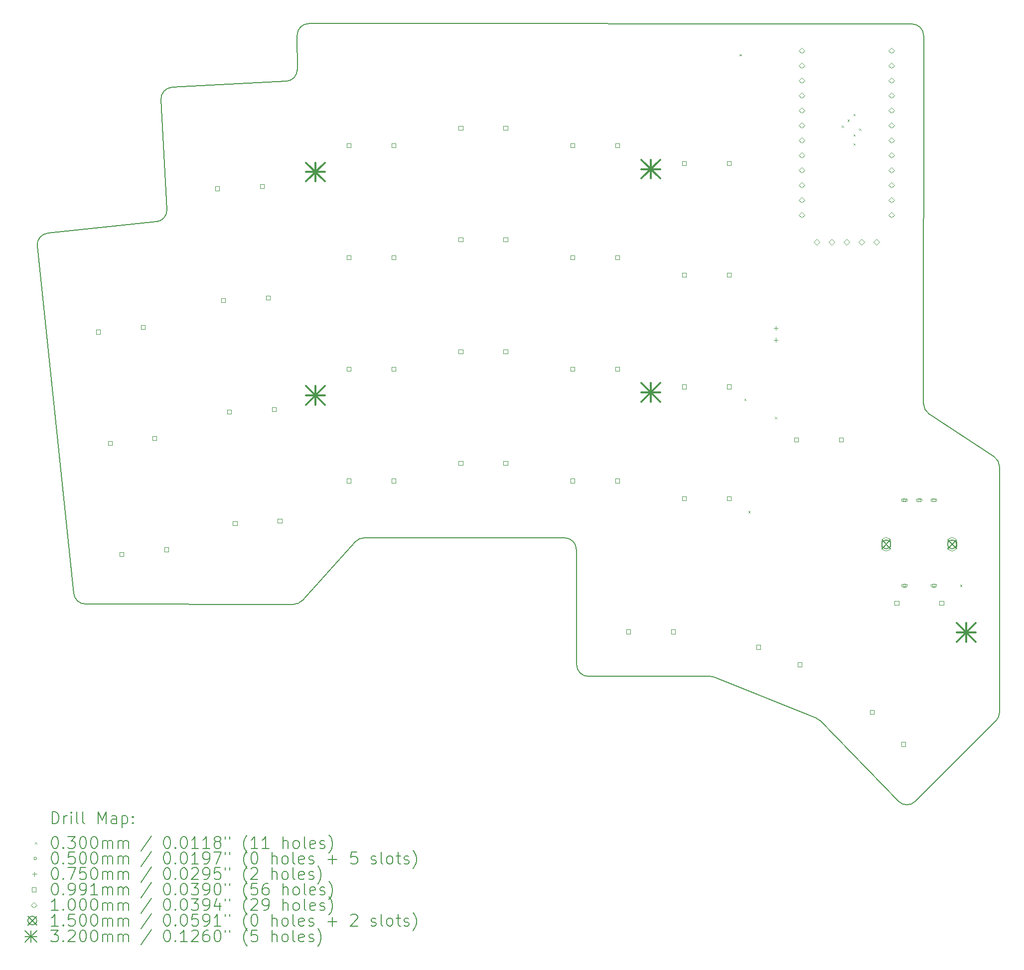
<source format=gbr>
%TF.GenerationSoftware,KiCad,Pcbnew,9.0.0*%
%TF.CreationDate,2025-04-09T21:02:47+02:00*%
%TF.ProjectId,left,6c656674-2e6b-4696-9361-645f70636258,1*%
%TF.SameCoordinates,Original*%
%TF.FileFunction,Drillmap*%
%TF.FilePolarity,Positive*%
%FSLAX45Y45*%
G04 Gerber Fmt 4.5, Leading zero omitted, Abs format (unit mm)*
G04 Created by KiCad (PCBNEW 9.0.0) date 2025-04-09 21:02:47*
%MOMM*%
%LPD*%
G01*
G04 APERTURE LIST*
%ADD10C,0.150000*%
%ADD11C,0.200000*%
%ADD12C,0.100000*%
%ADD13C,0.320000*%
G04 APERTURE END LIST*
D10*
X26766818Y-14059322D02*
X27877222Y-14792705D01*
X13820792Y-10585157D02*
G75*
G02*
X13641990Y-10794901I-199702J-10843D01*
G01*
X24852722Y-19234180D02*
X23127957Y-18539483D01*
X16035545Y-8206420D02*
G75*
G02*
X15846014Y-8407053I-199995J-910D01*
G01*
X26250609Y-20649368D02*
X24921495Y-19280381D01*
X23053234Y-18525000D02*
X20981575Y-18525001D01*
X26479574Y-7432850D02*
G75*
G02*
X26679420Y-7632926I-154J-200000D01*
G01*
X16035544Y-8206420D02*
X16032912Y-7626059D01*
X16032912Y-7626059D02*
G75*
G02*
X16233059Y-7425160I199988J909D01*
G01*
X27967000Y-19137158D02*
G75*
G02*
X27908420Y-19278579I-199990J-3D01*
G01*
X27908420Y-19278579D02*
X26535526Y-20651474D01*
X17022438Y-16235943D02*
G75*
G02*
X17170859Y-16170004I148412J-134047D01*
G01*
X15972378Y-17299859D02*
X12436888Y-17295505D01*
X12436888Y-17295505D02*
G75*
G02*
X12238221Y-17116411I242J200005D01*
G01*
X16233059Y-7425151D02*
X26479574Y-7432850D01*
X23053234Y-18525000D02*
G75*
G02*
X23127957Y-18539483I-4J-200020D01*
G01*
X20577424Y-16170000D02*
G75*
G02*
X20777420Y-16369575I-4J-200000D01*
G01*
X17022438Y-16235943D02*
X16121045Y-17233916D01*
X20577424Y-16170000D02*
X17170859Y-16170000D01*
X27966999Y-14959591D02*
X27967000Y-19137158D01*
X13908706Y-8508583D02*
X15846014Y-8407053D01*
X12238230Y-17116410D02*
X11617316Y-11208809D01*
X11617316Y-11208809D02*
G75*
G02*
X11795316Y-10989005I198894J20909D01*
G01*
X26766818Y-14059322D02*
G75*
G02*
X26677040Y-13892360I110232J166892D01*
G01*
X16121045Y-17233916D02*
G75*
G02*
X15972378Y-17299855I-148415J134056D01*
G01*
X13719468Y-8719153D02*
G75*
G02*
X13908706Y-8508578I199712J10843D01*
G01*
X27877222Y-14792705D02*
G75*
G02*
X27966999Y-14959591I-110222J-166885D01*
G01*
X20981575Y-18525001D02*
G75*
G02*
X20781580Y-18325425I-5J199991D01*
G01*
X24852722Y-19234180D02*
G75*
G02*
X24921495Y-19280381I-74712J-185500D01*
G01*
X26679423Y-7632926D02*
X26677041Y-13892360D01*
X26535526Y-20651474D02*
G75*
G02*
X26250604Y-20649373I-141426J141414D01*
G01*
X13820792Y-10585157D02*
X13719468Y-8719153D01*
X11795315Y-10988998D02*
X13641991Y-10794905D01*
X20781576Y-18325425D02*
X20777423Y-16369575D01*
D11*
D12*
X23551406Y-7944494D02*
X23581406Y-7974494D01*
X23581406Y-7944494D02*
X23551406Y-7974494D01*
X23632072Y-13804494D02*
X23662072Y-13834494D01*
X23662072Y-13804494D02*
X23632072Y-13834494D01*
X23697172Y-15714394D02*
X23727172Y-15744394D01*
X23727172Y-15714394D02*
X23697172Y-15744394D01*
X24151406Y-14112433D02*
X24181406Y-14142433D01*
X24181406Y-14112433D02*
X24151406Y-14142433D01*
X25285000Y-9160000D02*
X25315000Y-9190000D01*
X25315000Y-9160000D02*
X25285000Y-9190000D01*
X25385000Y-9060000D02*
X25415000Y-9090000D01*
X25415000Y-9060000D02*
X25385000Y-9090000D01*
X25485000Y-8960000D02*
X25515000Y-8990000D01*
X25515000Y-8960000D02*
X25485000Y-8990000D01*
X25485000Y-9310000D02*
X25515000Y-9340000D01*
X25515000Y-9310000D02*
X25485000Y-9340000D01*
X25485000Y-9460000D02*
X25515000Y-9490000D01*
X25515000Y-9460000D02*
X25485000Y-9490000D01*
X25585000Y-9210000D02*
X25615000Y-9240000D01*
X25615000Y-9210000D02*
X25585000Y-9240000D01*
X27298839Y-16965000D02*
X27328839Y-16995000D01*
X27328839Y-16965000D02*
X27298839Y-16995000D01*
X26376999Y-15530000D02*
G75*
G02*
X26326999Y-15530000I-25000J0D01*
G01*
X26326999Y-15530000D02*
G75*
G02*
X26376999Y-15530000I25000J0D01*
G01*
X26376999Y-15505000D02*
X26326999Y-15505000D01*
X26326999Y-15555000D02*
G75*
G02*
X26326999Y-15505000I0J25000D01*
G01*
X26326999Y-15555000D02*
X26376999Y-15555000D01*
X26376999Y-15555000D02*
G75*
G03*
X26376999Y-15505000I0J25000D01*
G01*
X26376999Y-16980000D02*
G75*
G02*
X26326999Y-16980000I-25000J0D01*
G01*
X26326999Y-16980000D02*
G75*
G02*
X26376999Y-16980000I25000J0D01*
G01*
X26376999Y-16955000D02*
X26326999Y-16955000D01*
X26326999Y-17005000D02*
G75*
G02*
X26326999Y-16955000I0J25000D01*
G01*
X26326999Y-17005000D02*
X26376999Y-17005000D01*
X26376999Y-17005000D02*
G75*
G03*
X26376999Y-16955000I0J25000D01*
G01*
X26626999Y-15530000D02*
G75*
G02*
X26576999Y-15530000I-25000J0D01*
G01*
X26576999Y-15530000D02*
G75*
G02*
X26626999Y-15530000I25000J0D01*
G01*
X26626999Y-15505000D02*
X26576999Y-15505000D01*
X26576999Y-15555000D02*
G75*
G02*
X26576999Y-15505000I0J25000D01*
G01*
X26576999Y-15555000D02*
X26626999Y-15555000D01*
X26626999Y-15555000D02*
G75*
G03*
X26626999Y-15505000I0J25000D01*
G01*
X26876999Y-15530000D02*
G75*
G02*
X26826999Y-15530000I-25000J0D01*
G01*
X26826999Y-15530000D02*
G75*
G02*
X26876999Y-15530000I25000J0D01*
G01*
X26876999Y-15505000D02*
X26826999Y-15505000D01*
X26826999Y-15555000D02*
G75*
G02*
X26826999Y-15505000I0J25000D01*
G01*
X26826999Y-15555000D02*
X26876999Y-15555000D01*
X26876999Y-15555000D02*
G75*
G03*
X26876999Y-15505000I0J25000D01*
G01*
X26876999Y-16980000D02*
G75*
G02*
X26826999Y-16980000I-25000J0D01*
G01*
X26826999Y-16980000D02*
G75*
G02*
X26876999Y-16980000I25000J0D01*
G01*
X26876999Y-16955000D02*
X26826999Y-16955000D01*
X26826999Y-17005000D02*
G75*
G02*
X26826999Y-16955000I0J25000D01*
G01*
X26826999Y-17005000D02*
X26876999Y-17005000D01*
X26876999Y-17005000D02*
G75*
G03*
X26876999Y-16955000I0J25000D01*
G01*
X24166999Y-12767500D02*
X24166999Y-12842500D01*
X24129499Y-12805000D02*
X24204499Y-12805000D01*
X24166999Y-12567500D02*
X24166999Y-12642500D01*
X24129499Y-12605000D02*
X24204499Y-12605000D01*
X12689589Y-12703406D02*
X12689589Y-12633359D01*
X12619542Y-12633359D01*
X12619542Y-12703406D01*
X12689589Y-12703406D01*
X12888193Y-14592997D02*
X12888193Y-14522951D01*
X12818146Y-14522951D01*
X12818146Y-14592997D01*
X12888193Y-14592997D01*
X13086797Y-16482589D02*
X13086797Y-16412542D01*
X13016751Y-16412542D01*
X13016751Y-16482589D01*
X13086797Y-16482589D01*
X13447414Y-12623755D02*
X13447414Y-12553709D01*
X13377367Y-12553709D01*
X13377367Y-12623755D01*
X13447414Y-12623755D01*
X13646018Y-14513347D02*
X13646018Y-14443300D01*
X13575972Y-14443300D01*
X13575972Y-14513347D01*
X13646018Y-14513347D01*
X13844623Y-16402938D02*
X13844623Y-16332892D01*
X13774576Y-16332892D01*
X13774576Y-16402938D01*
X13844623Y-16402938D01*
X14713533Y-10265678D02*
X14713533Y-10195631D01*
X14643487Y-10195631D01*
X14643487Y-10265678D01*
X14713533Y-10265678D01*
X14812972Y-12163074D02*
X14812972Y-12093027D01*
X14742926Y-12093027D01*
X14742926Y-12163074D01*
X14812972Y-12163074D01*
X14912410Y-14060470D02*
X14912410Y-13990423D01*
X14842364Y-13990423D01*
X14842364Y-14060470D01*
X14912410Y-14060470D01*
X15011849Y-15957866D02*
X15011849Y-15887820D01*
X14941802Y-15887820D01*
X14941802Y-15957866D01*
X15011849Y-15957866D01*
X15474489Y-10225798D02*
X15474489Y-10155751D01*
X15404442Y-10155751D01*
X15404442Y-10225798D01*
X15474489Y-10225798D01*
X15573928Y-12123194D02*
X15573928Y-12053147D01*
X15503881Y-12053147D01*
X15503881Y-12123194D01*
X15573928Y-12123194D01*
X15673366Y-14020590D02*
X15673366Y-13950543D01*
X15603319Y-13950543D01*
X15603319Y-14020590D01*
X15673366Y-14020590D01*
X15772804Y-15917986D02*
X15772804Y-15847940D01*
X15702758Y-15847940D01*
X15702758Y-15917986D01*
X15772804Y-15917986D01*
X16946022Y-15235023D02*
X16946022Y-15164977D01*
X16875976Y-15164977D01*
X16875976Y-15235023D01*
X16946022Y-15235023D01*
X16946022Y-9535024D02*
X16946022Y-9464977D01*
X16875976Y-9464977D01*
X16875976Y-9535024D01*
X16946022Y-9535024D01*
X16946023Y-11435024D02*
X16946023Y-11364977D01*
X16875976Y-11364977D01*
X16875976Y-11435024D01*
X16946023Y-11435024D01*
X16946023Y-13335024D02*
X16946023Y-13264977D01*
X16875977Y-13264977D01*
X16875977Y-13335024D01*
X16946023Y-13335024D01*
X17708022Y-15235023D02*
X17708022Y-15164977D01*
X17637976Y-15164977D01*
X17637976Y-15235023D01*
X17708022Y-15235023D01*
X17708022Y-9535024D02*
X17708022Y-9464977D01*
X17637976Y-9464977D01*
X17637976Y-9535024D01*
X17708022Y-9535024D01*
X17708023Y-11435024D02*
X17708023Y-11364977D01*
X17637976Y-11364977D01*
X17637976Y-11435024D01*
X17708023Y-11435024D01*
X17708023Y-13335024D02*
X17708023Y-13264977D01*
X17637977Y-13264977D01*
X17637977Y-13335024D01*
X17708023Y-13335024D01*
X18846022Y-9235024D02*
X18846022Y-9164978D01*
X18775976Y-9164978D01*
X18775976Y-9235024D01*
X18846022Y-9235024D01*
X18846023Y-11135024D02*
X18846023Y-11064977D01*
X18775976Y-11064977D01*
X18775976Y-11135024D01*
X18846023Y-11135024D01*
X18846023Y-14935023D02*
X18846023Y-14864977D01*
X18775976Y-14864977D01*
X18775976Y-14935023D01*
X18846023Y-14935023D01*
X18846023Y-13035023D02*
X18846023Y-12964976D01*
X18775976Y-12964976D01*
X18775976Y-13035023D01*
X18846023Y-13035023D01*
X19608022Y-9235024D02*
X19608022Y-9164978D01*
X19537976Y-9164978D01*
X19537976Y-9235024D01*
X19608022Y-9235024D01*
X19608023Y-11135024D02*
X19608023Y-11064977D01*
X19537976Y-11064977D01*
X19537976Y-11135024D01*
X19608023Y-11135024D01*
X19608023Y-14935023D02*
X19608023Y-14864977D01*
X19537976Y-14864977D01*
X19537976Y-14935023D01*
X19608023Y-14935023D01*
X19608023Y-13035023D02*
X19608023Y-12964976D01*
X19537976Y-12964976D01*
X19537976Y-13035023D01*
X19608023Y-13035023D01*
X20746022Y-15235024D02*
X20746022Y-15164977D01*
X20675976Y-15164977D01*
X20675976Y-15235024D01*
X20746022Y-15235024D01*
X20746023Y-13335023D02*
X20746023Y-13264976D01*
X20675976Y-13264976D01*
X20675976Y-13335023D01*
X20746023Y-13335023D01*
X20746023Y-9535024D02*
X20746023Y-9464978D01*
X20675976Y-9464978D01*
X20675976Y-9535024D01*
X20746023Y-9535024D01*
X20746023Y-11435023D02*
X20746023Y-11364977D01*
X20675976Y-11364977D01*
X20675976Y-11435023D01*
X20746023Y-11435023D01*
X21508022Y-15235024D02*
X21508022Y-15164977D01*
X21437976Y-15164977D01*
X21437976Y-15235024D01*
X21508022Y-15235024D01*
X21508023Y-13335023D02*
X21508023Y-13264976D01*
X21437976Y-13264976D01*
X21437976Y-13335023D01*
X21508023Y-13335023D01*
X21508023Y-9535024D02*
X21508023Y-9464978D01*
X21437976Y-9464978D01*
X21437976Y-9535024D01*
X21508023Y-9535024D01*
X21508023Y-11435023D02*
X21508023Y-11364977D01*
X21437976Y-11364977D01*
X21437976Y-11435023D01*
X21508023Y-11435023D01*
X21696022Y-17800023D02*
X21696022Y-17729977D01*
X21625976Y-17729977D01*
X21625976Y-17800023D01*
X21696022Y-17800023D01*
X22458022Y-17800023D02*
X22458022Y-17729977D01*
X22387976Y-17729977D01*
X22387976Y-17800023D01*
X22458022Y-17800023D01*
X22646022Y-15535024D02*
X22646022Y-15464977D01*
X22575976Y-15464977D01*
X22575976Y-15535024D01*
X22646022Y-15535024D01*
X22646022Y-11735023D02*
X22646022Y-11664977D01*
X22575976Y-11664977D01*
X22575976Y-11735023D01*
X22646022Y-11735023D01*
X22646022Y-13635023D02*
X22646022Y-13564977D01*
X22575976Y-13564977D01*
X22575976Y-13635023D01*
X22646022Y-13635023D01*
X22646023Y-9835024D02*
X22646023Y-9764977D01*
X22575976Y-9764977D01*
X22575976Y-9835024D01*
X22646023Y-9835024D01*
X23408022Y-15535024D02*
X23408022Y-15464977D01*
X23337976Y-15464977D01*
X23337976Y-15535024D01*
X23408022Y-15535024D01*
X23408022Y-11735023D02*
X23408022Y-11664977D01*
X23337976Y-11664977D01*
X23337976Y-11735023D01*
X23408022Y-11735023D01*
X23408022Y-13635023D02*
X23408022Y-13564977D01*
X23337976Y-13564977D01*
X23337976Y-13635023D01*
X23408022Y-13635023D01*
X23408023Y-9835024D02*
X23408023Y-9764977D01*
X23337976Y-9764977D01*
X23337976Y-9835024D01*
X23408023Y-9835024D01*
X23905945Y-18061408D02*
X23905945Y-17991361D01*
X23835898Y-17991361D01*
X23835898Y-18061408D01*
X23905945Y-18061408D01*
X24546022Y-14535023D02*
X24546022Y-14464976D01*
X24475976Y-14464976D01*
X24475976Y-14535023D01*
X24546022Y-14535023D01*
X24607369Y-18359145D02*
X24607369Y-18289099D01*
X24537323Y-18289099D01*
X24537323Y-18359145D01*
X24607369Y-18359145D01*
X25308022Y-14535023D02*
X25308022Y-14464976D01*
X25237976Y-14464976D01*
X25237976Y-14535023D01*
X25308022Y-14535023D01*
X25838058Y-19165497D02*
X25838058Y-19095451D01*
X25768011Y-19095451D01*
X25768011Y-19165497D01*
X25838058Y-19165497D01*
X26256022Y-17315024D02*
X26256022Y-17244977D01*
X26185976Y-17244977D01*
X26185976Y-17315024D01*
X26256022Y-17315024D01*
X26367388Y-19713634D02*
X26367388Y-19643588D01*
X26297341Y-19643588D01*
X26297341Y-19713634D01*
X26367388Y-19713634D01*
X27018022Y-17315024D02*
X27018022Y-17244977D01*
X26947976Y-17244977D01*
X26947976Y-17315024D01*
X27018022Y-17315024D01*
X24604999Y-7935000D02*
X24654999Y-7885000D01*
X24604999Y-7835000D01*
X24554999Y-7885000D01*
X24604999Y-7935000D01*
X24604999Y-8189000D02*
X24654999Y-8139000D01*
X24604999Y-8089000D01*
X24554999Y-8139000D01*
X24604999Y-8189000D01*
X24604999Y-8443000D02*
X24654999Y-8393000D01*
X24604999Y-8343000D01*
X24554999Y-8393000D01*
X24604999Y-8443000D01*
X24604999Y-8951000D02*
X24654999Y-8901000D01*
X24604999Y-8851000D01*
X24554999Y-8901000D01*
X24604999Y-8951000D01*
X24604999Y-9205000D02*
X24654999Y-9155000D01*
X24604999Y-9105000D01*
X24554999Y-9155000D01*
X24604999Y-9205000D01*
X24604999Y-9459000D02*
X24654999Y-9409000D01*
X24604999Y-9359000D01*
X24554999Y-9409000D01*
X24604999Y-9459000D01*
X24604999Y-9967000D02*
X24654999Y-9917000D01*
X24604999Y-9867000D01*
X24554999Y-9917000D01*
X24604999Y-9967000D01*
X24604999Y-10221000D02*
X24654999Y-10171000D01*
X24604999Y-10121000D01*
X24554999Y-10171000D01*
X24604999Y-10221000D01*
X24604999Y-10475000D02*
X24654999Y-10425000D01*
X24604999Y-10375000D01*
X24554999Y-10425000D01*
X24604999Y-10475000D01*
X24605000Y-8697000D02*
X24655000Y-8647000D01*
X24605000Y-8597000D01*
X24555000Y-8647000D01*
X24605000Y-8697000D01*
X24605000Y-10729000D02*
X24655000Y-10679000D01*
X24605000Y-10629000D01*
X24555000Y-10679000D01*
X24605000Y-10729000D01*
X24605000Y-9713000D02*
X24655000Y-9663000D01*
X24605000Y-9613000D01*
X24555000Y-9663000D01*
X24605000Y-9713000D01*
X24858999Y-11190000D02*
X24908999Y-11140001D01*
X24858999Y-11090001D01*
X24808999Y-11140001D01*
X24858999Y-11190000D01*
X25112999Y-11190000D02*
X25162999Y-11140001D01*
X25112999Y-11090001D01*
X25062999Y-11140001D01*
X25112999Y-11190000D01*
X25366999Y-11190000D02*
X25416999Y-11140001D01*
X25366999Y-11090001D01*
X25316999Y-11140001D01*
X25366999Y-11190000D01*
X25620999Y-11190000D02*
X25670999Y-11140001D01*
X25620999Y-11090001D01*
X25570999Y-11140001D01*
X25620999Y-11190000D01*
X25874999Y-11190000D02*
X25924999Y-11140001D01*
X25874999Y-11090001D01*
X25824999Y-11140001D01*
X25874999Y-11190000D01*
X26128999Y-8697000D02*
X26178999Y-8647000D01*
X26128999Y-8597000D01*
X26078999Y-8647000D01*
X26128999Y-8697000D01*
X26128999Y-9713000D02*
X26178999Y-9663000D01*
X26128999Y-9613000D01*
X26078999Y-9663000D01*
X26128999Y-9713000D01*
X26128999Y-7935000D02*
X26178999Y-7885000D01*
X26128999Y-7835000D01*
X26078999Y-7885000D01*
X26128999Y-7935000D01*
X26128999Y-8189000D02*
X26178999Y-8139000D01*
X26128999Y-8089000D01*
X26078999Y-8139000D01*
X26128999Y-8189000D01*
X26128999Y-8443000D02*
X26178999Y-8393000D01*
X26128999Y-8343000D01*
X26078999Y-8393000D01*
X26128999Y-8443000D01*
X26128999Y-8951000D02*
X26178999Y-8901000D01*
X26128999Y-8851000D01*
X26078999Y-8901000D01*
X26128999Y-8951000D01*
X26128999Y-9205000D02*
X26178999Y-9155000D01*
X26128999Y-9105000D01*
X26078999Y-9155000D01*
X26128999Y-9205000D01*
X26128999Y-9459000D02*
X26178999Y-9409000D01*
X26128999Y-9359000D01*
X26078999Y-9409000D01*
X26128999Y-9459000D01*
X26128999Y-9967000D02*
X26178999Y-9917000D01*
X26128999Y-9867000D01*
X26078999Y-9917000D01*
X26128999Y-9967000D01*
X26128999Y-10221000D02*
X26178999Y-10171000D01*
X26128999Y-10121000D01*
X26078999Y-10171000D01*
X26128999Y-10221000D01*
X26128999Y-10475000D02*
X26178999Y-10425000D01*
X26128999Y-10375000D01*
X26078999Y-10425000D01*
X26128999Y-10475000D01*
X26128999Y-10729000D02*
X26178999Y-10679000D01*
X26128999Y-10629000D01*
X26078999Y-10679000D01*
X26128999Y-10729000D01*
D10*
X25966999Y-16205000D02*
X26116999Y-16355000D01*
X26116999Y-16205000D02*
X25966999Y-16355000D01*
X26116999Y-16280000D02*
G75*
G02*
X25966999Y-16280000I-75000J0D01*
G01*
X25966999Y-16280000D02*
G75*
G02*
X26116999Y-16280000I75000J0D01*
G01*
D12*
X26116999Y-16320000D02*
X26116999Y-16240000D01*
X25966999Y-16240000D02*
G75*
G02*
X26116999Y-16240000I75000J0D01*
G01*
X25966999Y-16240000D02*
X25966999Y-16320000D01*
X25966999Y-16320000D02*
G75*
G03*
X26116999Y-16320000I75000J0D01*
G01*
D10*
X27086999Y-16205000D02*
X27236999Y-16355000D01*
X27236999Y-16205000D02*
X27086999Y-16355000D01*
X27236999Y-16280000D02*
G75*
G02*
X27086999Y-16280000I-75000J0D01*
G01*
X27086999Y-16280000D02*
G75*
G02*
X27236999Y-16280000I75000J0D01*
G01*
D12*
X27236999Y-16320000D02*
X27236999Y-16240000D01*
X27086999Y-16240000D02*
G75*
G02*
X27236999Y-16240000I75000J0D01*
G01*
X27086999Y-16240000D02*
X27086999Y-16320000D01*
X27086999Y-16320000D02*
G75*
G03*
X27236999Y-16320000I75000J0D01*
G01*
D13*
X16181999Y-13590000D02*
X16501999Y-13910000D01*
X16501999Y-13590000D02*
X16181999Y-13910000D01*
X16341999Y-13590000D02*
X16341999Y-13910000D01*
X16181999Y-13750000D02*
X16501999Y-13750000D01*
X16182000Y-9790000D02*
X16502000Y-10110000D01*
X16502000Y-9790000D02*
X16182000Y-10110000D01*
X16342000Y-9790000D02*
X16342000Y-10110000D01*
X16182000Y-9950000D02*
X16502000Y-9950000D01*
X21881999Y-13539999D02*
X22201999Y-13859999D01*
X22201999Y-13539999D02*
X21881999Y-13859999D01*
X22041999Y-13539999D02*
X22041999Y-13859999D01*
X21881999Y-13699999D02*
X22201999Y-13699999D01*
X21882000Y-9740000D02*
X22202000Y-10060000D01*
X22202000Y-9740000D02*
X21882000Y-10060000D01*
X22042000Y-9740000D02*
X22042000Y-10060000D01*
X21882000Y-9900000D02*
X22202000Y-9900000D01*
X27241999Y-17620000D02*
X27561999Y-17940000D01*
X27561999Y-17620000D02*
X27241999Y-17940000D01*
X27401999Y-17620000D02*
X27401999Y-17940000D01*
X27241999Y-17780000D02*
X27561999Y-17780000D01*
D11*
X11869497Y-21029042D02*
X11869497Y-20829042D01*
X11869497Y-20829042D02*
X11917116Y-20829042D01*
X11917116Y-20829042D02*
X11945688Y-20838566D01*
X11945688Y-20838566D02*
X11964735Y-20857613D01*
X11964735Y-20857613D02*
X11974259Y-20876661D01*
X11974259Y-20876661D02*
X11983783Y-20914756D01*
X11983783Y-20914756D02*
X11983783Y-20943328D01*
X11983783Y-20943328D02*
X11974259Y-20981423D01*
X11974259Y-20981423D02*
X11964735Y-21000470D01*
X11964735Y-21000470D02*
X11945688Y-21019518D01*
X11945688Y-21019518D02*
X11917116Y-21029042D01*
X11917116Y-21029042D02*
X11869497Y-21029042D01*
X12069497Y-21029042D02*
X12069497Y-20895709D01*
X12069497Y-20933804D02*
X12079021Y-20914756D01*
X12079021Y-20914756D02*
X12088545Y-20905232D01*
X12088545Y-20905232D02*
X12107592Y-20895709D01*
X12107592Y-20895709D02*
X12126640Y-20895709D01*
X12193307Y-21029042D02*
X12193307Y-20895709D01*
X12193307Y-20829042D02*
X12183783Y-20838566D01*
X12183783Y-20838566D02*
X12193307Y-20848090D01*
X12193307Y-20848090D02*
X12202831Y-20838566D01*
X12202831Y-20838566D02*
X12193307Y-20829042D01*
X12193307Y-20829042D02*
X12193307Y-20848090D01*
X12317116Y-21029042D02*
X12298069Y-21019518D01*
X12298069Y-21019518D02*
X12288545Y-21000470D01*
X12288545Y-21000470D02*
X12288545Y-20829042D01*
X12421878Y-21029042D02*
X12402831Y-21019518D01*
X12402831Y-21019518D02*
X12393307Y-21000470D01*
X12393307Y-21000470D02*
X12393307Y-20829042D01*
X12650450Y-21029042D02*
X12650450Y-20829042D01*
X12650450Y-20829042D02*
X12717116Y-20971899D01*
X12717116Y-20971899D02*
X12783783Y-20829042D01*
X12783783Y-20829042D02*
X12783783Y-21029042D01*
X12964735Y-21029042D02*
X12964735Y-20924280D01*
X12964735Y-20924280D02*
X12955212Y-20905232D01*
X12955212Y-20905232D02*
X12936164Y-20895709D01*
X12936164Y-20895709D02*
X12898069Y-20895709D01*
X12898069Y-20895709D02*
X12879021Y-20905232D01*
X12964735Y-21019518D02*
X12945688Y-21029042D01*
X12945688Y-21029042D02*
X12898069Y-21029042D01*
X12898069Y-21029042D02*
X12879021Y-21019518D01*
X12879021Y-21019518D02*
X12869497Y-21000470D01*
X12869497Y-21000470D02*
X12869497Y-20981423D01*
X12869497Y-20981423D02*
X12879021Y-20962375D01*
X12879021Y-20962375D02*
X12898069Y-20952851D01*
X12898069Y-20952851D02*
X12945688Y-20952851D01*
X12945688Y-20952851D02*
X12964735Y-20943328D01*
X13059973Y-20895709D02*
X13059973Y-21095709D01*
X13059973Y-20905232D02*
X13079021Y-20895709D01*
X13079021Y-20895709D02*
X13117116Y-20895709D01*
X13117116Y-20895709D02*
X13136164Y-20905232D01*
X13136164Y-20905232D02*
X13145688Y-20914756D01*
X13145688Y-20914756D02*
X13155212Y-20933804D01*
X13155212Y-20933804D02*
X13155212Y-20990947D01*
X13155212Y-20990947D02*
X13145688Y-21009994D01*
X13145688Y-21009994D02*
X13136164Y-21019518D01*
X13136164Y-21019518D02*
X13117116Y-21029042D01*
X13117116Y-21029042D02*
X13079021Y-21029042D01*
X13079021Y-21029042D02*
X13059973Y-21019518D01*
X13240926Y-21009994D02*
X13250450Y-21019518D01*
X13250450Y-21019518D02*
X13240926Y-21029042D01*
X13240926Y-21029042D02*
X13231402Y-21019518D01*
X13231402Y-21019518D02*
X13240926Y-21009994D01*
X13240926Y-21009994D02*
X13240926Y-21029042D01*
X13240926Y-20905232D02*
X13250450Y-20914756D01*
X13250450Y-20914756D02*
X13240926Y-20924280D01*
X13240926Y-20924280D02*
X13231402Y-20914756D01*
X13231402Y-20914756D02*
X13240926Y-20905232D01*
X13240926Y-20905232D02*
X13240926Y-20924280D01*
D12*
X11578720Y-21342558D02*
X11608720Y-21372558D01*
X11608720Y-21342558D02*
X11578720Y-21372558D01*
D11*
X11907592Y-21249042D02*
X11926640Y-21249042D01*
X11926640Y-21249042D02*
X11945688Y-21258566D01*
X11945688Y-21258566D02*
X11955212Y-21268090D01*
X11955212Y-21268090D02*
X11964735Y-21287137D01*
X11964735Y-21287137D02*
X11974259Y-21325232D01*
X11974259Y-21325232D02*
X11974259Y-21372851D01*
X11974259Y-21372851D02*
X11964735Y-21410947D01*
X11964735Y-21410947D02*
X11955212Y-21429994D01*
X11955212Y-21429994D02*
X11945688Y-21439518D01*
X11945688Y-21439518D02*
X11926640Y-21449042D01*
X11926640Y-21449042D02*
X11907592Y-21449042D01*
X11907592Y-21449042D02*
X11888545Y-21439518D01*
X11888545Y-21439518D02*
X11879021Y-21429994D01*
X11879021Y-21429994D02*
X11869497Y-21410947D01*
X11869497Y-21410947D02*
X11859973Y-21372851D01*
X11859973Y-21372851D02*
X11859973Y-21325232D01*
X11859973Y-21325232D02*
X11869497Y-21287137D01*
X11869497Y-21287137D02*
X11879021Y-21268090D01*
X11879021Y-21268090D02*
X11888545Y-21258566D01*
X11888545Y-21258566D02*
X11907592Y-21249042D01*
X12059973Y-21429994D02*
X12069497Y-21439518D01*
X12069497Y-21439518D02*
X12059973Y-21449042D01*
X12059973Y-21449042D02*
X12050450Y-21439518D01*
X12050450Y-21439518D02*
X12059973Y-21429994D01*
X12059973Y-21429994D02*
X12059973Y-21449042D01*
X12136164Y-21249042D02*
X12259973Y-21249042D01*
X12259973Y-21249042D02*
X12193307Y-21325232D01*
X12193307Y-21325232D02*
X12221878Y-21325232D01*
X12221878Y-21325232D02*
X12240926Y-21334756D01*
X12240926Y-21334756D02*
X12250450Y-21344280D01*
X12250450Y-21344280D02*
X12259973Y-21363328D01*
X12259973Y-21363328D02*
X12259973Y-21410947D01*
X12259973Y-21410947D02*
X12250450Y-21429994D01*
X12250450Y-21429994D02*
X12240926Y-21439518D01*
X12240926Y-21439518D02*
X12221878Y-21449042D01*
X12221878Y-21449042D02*
X12164735Y-21449042D01*
X12164735Y-21449042D02*
X12145688Y-21439518D01*
X12145688Y-21439518D02*
X12136164Y-21429994D01*
X12383783Y-21249042D02*
X12402831Y-21249042D01*
X12402831Y-21249042D02*
X12421878Y-21258566D01*
X12421878Y-21258566D02*
X12431402Y-21268090D01*
X12431402Y-21268090D02*
X12440926Y-21287137D01*
X12440926Y-21287137D02*
X12450450Y-21325232D01*
X12450450Y-21325232D02*
X12450450Y-21372851D01*
X12450450Y-21372851D02*
X12440926Y-21410947D01*
X12440926Y-21410947D02*
X12431402Y-21429994D01*
X12431402Y-21429994D02*
X12421878Y-21439518D01*
X12421878Y-21439518D02*
X12402831Y-21449042D01*
X12402831Y-21449042D02*
X12383783Y-21449042D01*
X12383783Y-21449042D02*
X12364735Y-21439518D01*
X12364735Y-21439518D02*
X12355212Y-21429994D01*
X12355212Y-21429994D02*
X12345688Y-21410947D01*
X12345688Y-21410947D02*
X12336164Y-21372851D01*
X12336164Y-21372851D02*
X12336164Y-21325232D01*
X12336164Y-21325232D02*
X12345688Y-21287137D01*
X12345688Y-21287137D02*
X12355212Y-21268090D01*
X12355212Y-21268090D02*
X12364735Y-21258566D01*
X12364735Y-21258566D02*
X12383783Y-21249042D01*
X12574259Y-21249042D02*
X12593307Y-21249042D01*
X12593307Y-21249042D02*
X12612354Y-21258566D01*
X12612354Y-21258566D02*
X12621878Y-21268090D01*
X12621878Y-21268090D02*
X12631402Y-21287137D01*
X12631402Y-21287137D02*
X12640926Y-21325232D01*
X12640926Y-21325232D02*
X12640926Y-21372851D01*
X12640926Y-21372851D02*
X12631402Y-21410947D01*
X12631402Y-21410947D02*
X12621878Y-21429994D01*
X12621878Y-21429994D02*
X12612354Y-21439518D01*
X12612354Y-21439518D02*
X12593307Y-21449042D01*
X12593307Y-21449042D02*
X12574259Y-21449042D01*
X12574259Y-21449042D02*
X12555212Y-21439518D01*
X12555212Y-21439518D02*
X12545688Y-21429994D01*
X12545688Y-21429994D02*
X12536164Y-21410947D01*
X12536164Y-21410947D02*
X12526640Y-21372851D01*
X12526640Y-21372851D02*
X12526640Y-21325232D01*
X12526640Y-21325232D02*
X12536164Y-21287137D01*
X12536164Y-21287137D02*
X12545688Y-21268090D01*
X12545688Y-21268090D02*
X12555212Y-21258566D01*
X12555212Y-21258566D02*
X12574259Y-21249042D01*
X12726640Y-21449042D02*
X12726640Y-21315709D01*
X12726640Y-21334756D02*
X12736164Y-21325232D01*
X12736164Y-21325232D02*
X12755212Y-21315709D01*
X12755212Y-21315709D02*
X12783783Y-21315709D01*
X12783783Y-21315709D02*
X12802831Y-21325232D01*
X12802831Y-21325232D02*
X12812354Y-21344280D01*
X12812354Y-21344280D02*
X12812354Y-21449042D01*
X12812354Y-21344280D02*
X12821878Y-21325232D01*
X12821878Y-21325232D02*
X12840926Y-21315709D01*
X12840926Y-21315709D02*
X12869497Y-21315709D01*
X12869497Y-21315709D02*
X12888545Y-21325232D01*
X12888545Y-21325232D02*
X12898069Y-21344280D01*
X12898069Y-21344280D02*
X12898069Y-21449042D01*
X12993307Y-21449042D02*
X12993307Y-21315709D01*
X12993307Y-21334756D02*
X13002831Y-21325232D01*
X13002831Y-21325232D02*
X13021878Y-21315709D01*
X13021878Y-21315709D02*
X13050450Y-21315709D01*
X13050450Y-21315709D02*
X13069497Y-21325232D01*
X13069497Y-21325232D02*
X13079021Y-21344280D01*
X13079021Y-21344280D02*
X13079021Y-21449042D01*
X13079021Y-21344280D02*
X13088545Y-21325232D01*
X13088545Y-21325232D02*
X13107593Y-21315709D01*
X13107593Y-21315709D02*
X13136164Y-21315709D01*
X13136164Y-21315709D02*
X13155212Y-21325232D01*
X13155212Y-21325232D02*
X13164735Y-21344280D01*
X13164735Y-21344280D02*
X13164735Y-21449042D01*
X13555212Y-21239518D02*
X13383783Y-21496661D01*
X13812355Y-21249042D02*
X13831402Y-21249042D01*
X13831402Y-21249042D02*
X13850450Y-21258566D01*
X13850450Y-21258566D02*
X13859974Y-21268090D01*
X13859974Y-21268090D02*
X13869497Y-21287137D01*
X13869497Y-21287137D02*
X13879021Y-21325232D01*
X13879021Y-21325232D02*
X13879021Y-21372851D01*
X13879021Y-21372851D02*
X13869497Y-21410947D01*
X13869497Y-21410947D02*
X13859974Y-21429994D01*
X13859974Y-21429994D02*
X13850450Y-21439518D01*
X13850450Y-21439518D02*
X13831402Y-21449042D01*
X13831402Y-21449042D02*
X13812355Y-21449042D01*
X13812355Y-21449042D02*
X13793307Y-21439518D01*
X13793307Y-21439518D02*
X13783783Y-21429994D01*
X13783783Y-21429994D02*
X13774259Y-21410947D01*
X13774259Y-21410947D02*
X13764736Y-21372851D01*
X13764736Y-21372851D02*
X13764736Y-21325232D01*
X13764736Y-21325232D02*
X13774259Y-21287137D01*
X13774259Y-21287137D02*
X13783783Y-21268090D01*
X13783783Y-21268090D02*
X13793307Y-21258566D01*
X13793307Y-21258566D02*
X13812355Y-21249042D01*
X13964736Y-21429994D02*
X13974259Y-21439518D01*
X13974259Y-21439518D02*
X13964736Y-21449042D01*
X13964736Y-21449042D02*
X13955212Y-21439518D01*
X13955212Y-21439518D02*
X13964736Y-21429994D01*
X13964736Y-21429994D02*
X13964736Y-21449042D01*
X14098069Y-21249042D02*
X14117117Y-21249042D01*
X14117117Y-21249042D02*
X14136164Y-21258566D01*
X14136164Y-21258566D02*
X14145688Y-21268090D01*
X14145688Y-21268090D02*
X14155212Y-21287137D01*
X14155212Y-21287137D02*
X14164736Y-21325232D01*
X14164736Y-21325232D02*
X14164736Y-21372851D01*
X14164736Y-21372851D02*
X14155212Y-21410947D01*
X14155212Y-21410947D02*
X14145688Y-21429994D01*
X14145688Y-21429994D02*
X14136164Y-21439518D01*
X14136164Y-21439518D02*
X14117117Y-21449042D01*
X14117117Y-21449042D02*
X14098069Y-21449042D01*
X14098069Y-21449042D02*
X14079021Y-21439518D01*
X14079021Y-21439518D02*
X14069497Y-21429994D01*
X14069497Y-21429994D02*
X14059974Y-21410947D01*
X14059974Y-21410947D02*
X14050450Y-21372851D01*
X14050450Y-21372851D02*
X14050450Y-21325232D01*
X14050450Y-21325232D02*
X14059974Y-21287137D01*
X14059974Y-21287137D02*
X14069497Y-21268090D01*
X14069497Y-21268090D02*
X14079021Y-21258566D01*
X14079021Y-21258566D02*
X14098069Y-21249042D01*
X14355212Y-21449042D02*
X14240926Y-21449042D01*
X14298069Y-21449042D02*
X14298069Y-21249042D01*
X14298069Y-21249042D02*
X14279021Y-21277613D01*
X14279021Y-21277613D02*
X14259974Y-21296661D01*
X14259974Y-21296661D02*
X14240926Y-21306185D01*
X14545688Y-21449042D02*
X14431402Y-21449042D01*
X14488545Y-21449042D02*
X14488545Y-21249042D01*
X14488545Y-21249042D02*
X14469497Y-21277613D01*
X14469497Y-21277613D02*
X14450450Y-21296661D01*
X14450450Y-21296661D02*
X14431402Y-21306185D01*
X14659974Y-21334756D02*
X14640926Y-21325232D01*
X14640926Y-21325232D02*
X14631402Y-21315709D01*
X14631402Y-21315709D02*
X14621878Y-21296661D01*
X14621878Y-21296661D02*
X14621878Y-21287137D01*
X14621878Y-21287137D02*
X14631402Y-21268090D01*
X14631402Y-21268090D02*
X14640926Y-21258566D01*
X14640926Y-21258566D02*
X14659974Y-21249042D01*
X14659974Y-21249042D02*
X14698069Y-21249042D01*
X14698069Y-21249042D02*
X14717117Y-21258566D01*
X14717117Y-21258566D02*
X14726640Y-21268090D01*
X14726640Y-21268090D02*
X14736164Y-21287137D01*
X14736164Y-21287137D02*
X14736164Y-21296661D01*
X14736164Y-21296661D02*
X14726640Y-21315709D01*
X14726640Y-21315709D02*
X14717117Y-21325232D01*
X14717117Y-21325232D02*
X14698069Y-21334756D01*
X14698069Y-21334756D02*
X14659974Y-21334756D01*
X14659974Y-21334756D02*
X14640926Y-21344280D01*
X14640926Y-21344280D02*
X14631402Y-21353804D01*
X14631402Y-21353804D02*
X14621878Y-21372851D01*
X14621878Y-21372851D02*
X14621878Y-21410947D01*
X14621878Y-21410947D02*
X14631402Y-21429994D01*
X14631402Y-21429994D02*
X14640926Y-21439518D01*
X14640926Y-21439518D02*
X14659974Y-21449042D01*
X14659974Y-21449042D02*
X14698069Y-21449042D01*
X14698069Y-21449042D02*
X14717117Y-21439518D01*
X14717117Y-21439518D02*
X14726640Y-21429994D01*
X14726640Y-21429994D02*
X14736164Y-21410947D01*
X14736164Y-21410947D02*
X14736164Y-21372851D01*
X14736164Y-21372851D02*
X14726640Y-21353804D01*
X14726640Y-21353804D02*
X14717117Y-21344280D01*
X14717117Y-21344280D02*
X14698069Y-21334756D01*
X14812355Y-21249042D02*
X14812355Y-21287137D01*
X14888545Y-21249042D02*
X14888545Y-21287137D01*
X15183783Y-21525232D02*
X15174259Y-21515709D01*
X15174259Y-21515709D02*
X15155212Y-21487137D01*
X15155212Y-21487137D02*
X15145688Y-21468090D01*
X15145688Y-21468090D02*
X15136164Y-21439518D01*
X15136164Y-21439518D02*
X15126640Y-21391899D01*
X15126640Y-21391899D02*
X15126640Y-21353804D01*
X15126640Y-21353804D02*
X15136164Y-21306185D01*
X15136164Y-21306185D02*
X15145688Y-21277613D01*
X15145688Y-21277613D02*
X15155212Y-21258566D01*
X15155212Y-21258566D02*
X15174259Y-21229994D01*
X15174259Y-21229994D02*
X15183783Y-21220470D01*
X15364736Y-21449042D02*
X15250450Y-21449042D01*
X15307593Y-21449042D02*
X15307593Y-21249042D01*
X15307593Y-21249042D02*
X15288545Y-21277613D01*
X15288545Y-21277613D02*
X15269498Y-21296661D01*
X15269498Y-21296661D02*
X15250450Y-21306185D01*
X15555212Y-21449042D02*
X15440926Y-21449042D01*
X15498069Y-21449042D02*
X15498069Y-21249042D01*
X15498069Y-21249042D02*
X15479021Y-21277613D01*
X15479021Y-21277613D02*
X15459974Y-21296661D01*
X15459974Y-21296661D02*
X15440926Y-21306185D01*
X15793307Y-21449042D02*
X15793307Y-21249042D01*
X15879021Y-21449042D02*
X15879021Y-21344280D01*
X15879021Y-21344280D02*
X15869498Y-21325232D01*
X15869498Y-21325232D02*
X15850450Y-21315709D01*
X15850450Y-21315709D02*
X15821879Y-21315709D01*
X15821879Y-21315709D02*
X15802831Y-21325232D01*
X15802831Y-21325232D02*
X15793307Y-21334756D01*
X16002831Y-21449042D02*
X15983783Y-21439518D01*
X15983783Y-21439518D02*
X15974260Y-21429994D01*
X15974260Y-21429994D02*
X15964736Y-21410947D01*
X15964736Y-21410947D02*
X15964736Y-21353804D01*
X15964736Y-21353804D02*
X15974260Y-21334756D01*
X15974260Y-21334756D02*
X15983783Y-21325232D01*
X15983783Y-21325232D02*
X16002831Y-21315709D01*
X16002831Y-21315709D02*
X16031402Y-21315709D01*
X16031402Y-21315709D02*
X16050450Y-21325232D01*
X16050450Y-21325232D02*
X16059974Y-21334756D01*
X16059974Y-21334756D02*
X16069498Y-21353804D01*
X16069498Y-21353804D02*
X16069498Y-21410947D01*
X16069498Y-21410947D02*
X16059974Y-21429994D01*
X16059974Y-21429994D02*
X16050450Y-21439518D01*
X16050450Y-21439518D02*
X16031402Y-21449042D01*
X16031402Y-21449042D02*
X16002831Y-21449042D01*
X16183783Y-21449042D02*
X16164736Y-21439518D01*
X16164736Y-21439518D02*
X16155212Y-21420470D01*
X16155212Y-21420470D02*
X16155212Y-21249042D01*
X16336164Y-21439518D02*
X16317117Y-21449042D01*
X16317117Y-21449042D02*
X16279021Y-21449042D01*
X16279021Y-21449042D02*
X16259974Y-21439518D01*
X16259974Y-21439518D02*
X16250450Y-21420470D01*
X16250450Y-21420470D02*
X16250450Y-21344280D01*
X16250450Y-21344280D02*
X16259974Y-21325232D01*
X16259974Y-21325232D02*
X16279021Y-21315709D01*
X16279021Y-21315709D02*
X16317117Y-21315709D01*
X16317117Y-21315709D02*
X16336164Y-21325232D01*
X16336164Y-21325232D02*
X16345688Y-21344280D01*
X16345688Y-21344280D02*
X16345688Y-21363328D01*
X16345688Y-21363328D02*
X16250450Y-21382375D01*
X16421879Y-21439518D02*
X16440926Y-21449042D01*
X16440926Y-21449042D02*
X16479021Y-21449042D01*
X16479021Y-21449042D02*
X16498069Y-21439518D01*
X16498069Y-21439518D02*
X16507593Y-21420470D01*
X16507593Y-21420470D02*
X16507593Y-21410947D01*
X16507593Y-21410947D02*
X16498069Y-21391899D01*
X16498069Y-21391899D02*
X16479021Y-21382375D01*
X16479021Y-21382375D02*
X16450450Y-21382375D01*
X16450450Y-21382375D02*
X16431402Y-21372851D01*
X16431402Y-21372851D02*
X16421879Y-21353804D01*
X16421879Y-21353804D02*
X16421879Y-21344280D01*
X16421879Y-21344280D02*
X16431402Y-21325232D01*
X16431402Y-21325232D02*
X16450450Y-21315709D01*
X16450450Y-21315709D02*
X16479021Y-21315709D01*
X16479021Y-21315709D02*
X16498069Y-21325232D01*
X16574260Y-21525232D02*
X16583783Y-21515709D01*
X16583783Y-21515709D02*
X16602831Y-21487137D01*
X16602831Y-21487137D02*
X16612355Y-21468090D01*
X16612355Y-21468090D02*
X16621879Y-21439518D01*
X16621879Y-21439518D02*
X16631402Y-21391899D01*
X16631402Y-21391899D02*
X16631402Y-21353804D01*
X16631402Y-21353804D02*
X16621879Y-21306185D01*
X16621879Y-21306185D02*
X16612355Y-21277613D01*
X16612355Y-21277613D02*
X16602831Y-21258566D01*
X16602831Y-21258566D02*
X16583783Y-21229994D01*
X16583783Y-21229994D02*
X16574260Y-21220470D01*
D12*
X11608720Y-21621558D02*
G75*
G02*
X11558720Y-21621558I-25000J0D01*
G01*
X11558720Y-21621558D02*
G75*
G02*
X11608720Y-21621558I25000J0D01*
G01*
D11*
X11907592Y-21513042D02*
X11926640Y-21513042D01*
X11926640Y-21513042D02*
X11945688Y-21522566D01*
X11945688Y-21522566D02*
X11955212Y-21532090D01*
X11955212Y-21532090D02*
X11964735Y-21551137D01*
X11964735Y-21551137D02*
X11974259Y-21589232D01*
X11974259Y-21589232D02*
X11974259Y-21636851D01*
X11974259Y-21636851D02*
X11964735Y-21674947D01*
X11964735Y-21674947D02*
X11955212Y-21693994D01*
X11955212Y-21693994D02*
X11945688Y-21703518D01*
X11945688Y-21703518D02*
X11926640Y-21713042D01*
X11926640Y-21713042D02*
X11907592Y-21713042D01*
X11907592Y-21713042D02*
X11888545Y-21703518D01*
X11888545Y-21703518D02*
X11879021Y-21693994D01*
X11879021Y-21693994D02*
X11869497Y-21674947D01*
X11869497Y-21674947D02*
X11859973Y-21636851D01*
X11859973Y-21636851D02*
X11859973Y-21589232D01*
X11859973Y-21589232D02*
X11869497Y-21551137D01*
X11869497Y-21551137D02*
X11879021Y-21532090D01*
X11879021Y-21532090D02*
X11888545Y-21522566D01*
X11888545Y-21522566D02*
X11907592Y-21513042D01*
X12059973Y-21693994D02*
X12069497Y-21703518D01*
X12069497Y-21703518D02*
X12059973Y-21713042D01*
X12059973Y-21713042D02*
X12050450Y-21703518D01*
X12050450Y-21703518D02*
X12059973Y-21693994D01*
X12059973Y-21693994D02*
X12059973Y-21713042D01*
X12250450Y-21513042D02*
X12155212Y-21513042D01*
X12155212Y-21513042D02*
X12145688Y-21608280D01*
X12145688Y-21608280D02*
X12155212Y-21598756D01*
X12155212Y-21598756D02*
X12174259Y-21589232D01*
X12174259Y-21589232D02*
X12221878Y-21589232D01*
X12221878Y-21589232D02*
X12240926Y-21598756D01*
X12240926Y-21598756D02*
X12250450Y-21608280D01*
X12250450Y-21608280D02*
X12259973Y-21627328D01*
X12259973Y-21627328D02*
X12259973Y-21674947D01*
X12259973Y-21674947D02*
X12250450Y-21693994D01*
X12250450Y-21693994D02*
X12240926Y-21703518D01*
X12240926Y-21703518D02*
X12221878Y-21713042D01*
X12221878Y-21713042D02*
X12174259Y-21713042D01*
X12174259Y-21713042D02*
X12155212Y-21703518D01*
X12155212Y-21703518D02*
X12145688Y-21693994D01*
X12383783Y-21513042D02*
X12402831Y-21513042D01*
X12402831Y-21513042D02*
X12421878Y-21522566D01*
X12421878Y-21522566D02*
X12431402Y-21532090D01*
X12431402Y-21532090D02*
X12440926Y-21551137D01*
X12440926Y-21551137D02*
X12450450Y-21589232D01*
X12450450Y-21589232D02*
X12450450Y-21636851D01*
X12450450Y-21636851D02*
X12440926Y-21674947D01*
X12440926Y-21674947D02*
X12431402Y-21693994D01*
X12431402Y-21693994D02*
X12421878Y-21703518D01*
X12421878Y-21703518D02*
X12402831Y-21713042D01*
X12402831Y-21713042D02*
X12383783Y-21713042D01*
X12383783Y-21713042D02*
X12364735Y-21703518D01*
X12364735Y-21703518D02*
X12355212Y-21693994D01*
X12355212Y-21693994D02*
X12345688Y-21674947D01*
X12345688Y-21674947D02*
X12336164Y-21636851D01*
X12336164Y-21636851D02*
X12336164Y-21589232D01*
X12336164Y-21589232D02*
X12345688Y-21551137D01*
X12345688Y-21551137D02*
X12355212Y-21532090D01*
X12355212Y-21532090D02*
X12364735Y-21522566D01*
X12364735Y-21522566D02*
X12383783Y-21513042D01*
X12574259Y-21513042D02*
X12593307Y-21513042D01*
X12593307Y-21513042D02*
X12612354Y-21522566D01*
X12612354Y-21522566D02*
X12621878Y-21532090D01*
X12621878Y-21532090D02*
X12631402Y-21551137D01*
X12631402Y-21551137D02*
X12640926Y-21589232D01*
X12640926Y-21589232D02*
X12640926Y-21636851D01*
X12640926Y-21636851D02*
X12631402Y-21674947D01*
X12631402Y-21674947D02*
X12621878Y-21693994D01*
X12621878Y-21693994D02*
X12612354Y-21703518D01*
X12612354Y-21703518D02*
X12593307Y-21713042D01*
X12593307Y-21713042D02*
X12574259Y-21713042D01*
X12574259Y-21713042D02*
X12555212Y-21703518D01*
X12555212Y-21703518D02*
X12545688Y-21693994D01*
X12545688Y-21693994D02*
X12536164Y-21674947D01*
X12536164Y-21674947D02*
X12526640Y-21636851D01*
X12526640Y-21636851D02*
X12526640Y-21589232D01*
X12526640Y-21589232D02*
X12536164Y-21551137D01*
X12536164Y-21551137D02*
X12545688Y-21532090D01*
X12545688Y-21532090D02*
X12555212Y-21522566D01*
X12555212Y-21522566D02*
X12574259Y-21513042D01*
X12726640Y-21713042D02*
X12726640Y-21579709D01*
X12726640Y-21598756D02*
X12736164Y-21589232D01*
X12736164Y-21589232D02*
X12755212Y-21579709D01*
X12755212Y-21579709D02*
X12783783Y-21579709D01*
X12783783Y-21579709D02*
X12802831Y-21589232D01*
X12802831Y-21589232D02*
X12812354Y-21608280D01*
X12812354Y-21608280D02*
X12812354Y-21713042D01*
X12812354Y-21608280D02*
X12821878Y-21589232D01*
X12821878Y-21589232D02*
X12840926Y-21579709D01*
X12840926Y-21579709D02*
X12869497Y-21579709D01*
X12869497Y-21579709D02*
X12888545Y-21589232D01*
X12888545Y-21589232D02*
X12898069Y-21608280D01*
X12898069Y-21608280D02*
X12898069Y-21713042D01*
X12993307Y-21713042D02*
X12993307Y-21579709D01*
X12993307Y-21598756D02*
X13002831Y-21589232D01*
X13002831Y-21589232D02*
X13021878Y-21579709D01*
X13021878Y-21579709D02*
X13050450Y-21579709D01*
X13050450Y-21579709D02*
X13069497Y-21589232D01*
X13069497Y-21589232D02*
X13079021Y-21608280D01*
X13079021Y-21608280D02*
X13079021Y-21713042D01*
X13079021Y-21608280D02*
X13088545Y-21589232D01*
X13088545Y-21589232D02*
X13107593Y-21579709D01*
X13107593Y-21579709D02*
X13136164Y-21579709D01*
X13136164Y-21579709D02*
X13155212Y-21589232D01*
X13155212Y-21589232D02*
X13164735Y-21608280D01*
X13164735Y-21608280D02*
X13164735Y-21713042D01*
X13555212Y-21503518D02*
X13383783Y-21760661D01*
X13812355Y-21513042D02*
X13831402Y-21513042D01*
X13831402Y-21513042D02*
X13850450Y-21522566D01*
X13850450Y-21522566D02*
X13859974Y-21532090D01*
X13859974Y-21532090D02*
X13869497Y-21551137D01*
X13869497Y-21551137D02*
X13879021Y-21589232D01*
X13879021Y-21589232D02*
X13879021Y-21636851D01*
X13879021Y-21636851D02*
X13869497Y-21674947D01*
X13869497Y-21674947D02*
X13859974Y-21693994D01*
X13859974Y-21693994D02*
X13850450Y-21703518D01*
X13850450Y-21703518D02*
X13831402Y-21713042D01*
X13831402Y-21713042D02*
X13812355Y-21713042D01*
X13812355Y-21713042D02*
X13793307Y-21703518D01*
X13793307Y-21703518D02*
X13783783Y-21693994D01*
X13783783Y-21693994D02*
X13774259Y-21674947D01*
X13774259Y-21674947D02*
X13764736Y-21636851D01*
X13764736Y-21636851D02*
X13764736Y-21589232D01*
X13764736Y-21589232D02*
X13774259Y-21551137D01*
X13774259Y-21551137D02*
X13783783Y-21532090D01*
X13783783Y-21532090D02*
X13793307Y-21522566D01*
X13793307Y-21522566D02*
X13812355Y-21513042D01*
X13964736Y-21693994D02*
X13974259Y-21703518D01*
X13974259Y-21703518D02*
X13964736Y-21713042D01*
X13964736Y-21713042D02*
X13955212Y-21703518D01*
X13955212Y-21703518D02*
X13964736Y-21693994D01*
X13964736Y-21693994D02*
X13964736Y-21713042D01*
X14098069Y-21513042D02*
X14117117Y-21513042D01*
X14117117Y-21513042D02*
X14136164Y-21522566D01*
X14136164Y-21522566D02*
X14145688Y-21532090D01*
X14145688Y-21532090D02*
X14155212Y-21551137D01*
X14155212Y-21551137D02*
X14164736Y-21589232D01*
X14164736Y-21589232D02*
X14164736Y-21636851D01*
X14164736Y-21636851D02*
X14155212Y-21674947D01*
X14155212Y-21674947D02*
X14145688Y-21693994D01*
X14145688Y-21693994D02*
X14136164Y-21703518D01*
X14136164Y-21703518D02*
X14117117Y-21713042D01*
X14117117Y-21713042D02*
X14098069Y-21713042D01*
X14098069Y-21713042D02*
X14079021Y-21703518D01*
X14079021Y-21703518D02*
X14069497Y-21693994D01*
X14069497Y-21693994D02*
X14059974Y-21674947D01*
X14059974Y-21674947D02*
X14050450Y-21636851D01*
X14050450Y-21636851D02*
X14050450Y-21589232D01*
X14050450Y-21589232D02*
X14059974Y-21551137D01*
X14059974Y-21551137D02*
X14069497Y-21532090D01*
X14069497Y-21532090D02*
X14079021Y-21522566D01*
X14079021Y-21522566D02*
X14098069Y-21513042D01*
X14355212Y-21713042D02*
X14240926Y-21713042D01*
X14298069Y-21713042D02*
X14298069Y-21513042D01*
X14298069Y-21513042D02*
X14279021Y-21541613D01*
X14279021Y-21541613D02*
X14259974Y-21560661D01*
X14259974Y-21560661D02*
X14240926Y-21570185D01*
X14450450Y-21713042D02*
X14488545Y-21713042D01*
X14488545Y-21713042D02*
X14507593Y-21703518D01*
X14507593Y-21703518D02*
X14517117Y-21693994D01*
X14517117Y-21693994D02*
X14536164Y-21665423D01*
X14536164Y-21665423D02*
X14545688Y-21627328D01*
X14545688Y-21627328D02*
X14545688Y-21551137D01*
X14545688Y-21551137D02*
X14536164Y-21532090D01*
X14536164Y-21532090D02*
X14526640Y-21522566D01*
X14526640Y-21522566D02*
X14507593Y-21513042D01*
X14507593Y-21513042D02*
X14469497Y-21513042D01*
X14469497Y-21513042D02*
X14450450Y-21522566D01*
X14450450Y-21522566D02*
X14440926Y-21532090D01*
X14440926Y-21532090D02*
X14431402Y-21551137D01*
X14431402Y-21551137D02*
X14431402Y-21598756D01*
X14431402Y-21598756D02*
X14440926Y-21617804D01*
X14440926Y-21617804D02*
X14450450Y-21627328D01*
X14450450Y-21627328D02*
X14469497Y-21636851D01*
X14469497Y-21636851D02*
X14507593Y-21636851D01*
X14507593Y-21636851D02*
X14526640Y-21627328D01*
X14526640Y-21627328D02*
X14536164Y-21617804D01*
X14536164Y-21617804D02*
X14545688Y-21598756D01*
X14612355Y-21513042D02*
X14745688Y-21513042D01*
X14745688Y-21513042D02*
X14659974Y-21713042D01*
X14812355Y-21513042D02*
X14812355Y-21551137D01*
X14888545Y-21513042D02*
X14888545Y-21551137D01*
X15183783Y-21789232D02*
X15174259Y-21779709D01*
X15174259Y-21779709D02*
X15155212Y-21751137D01*
X15155212Y-21751137D02*
X15145688Y-21732090D01*
X15145688Y-21732090D02*
X15136164Y-21703518D01*
X15136164Y-21703518D02*
X15126640Y-21655899D01*
X15126640Y-21655899D02*
X15126640Y-21617804D01*
X15126640Y-21617804D02*
X15136164Y-21570185D01*
X15136164Y-21570185D02*
X15145688Y-21541613D01*
X15145688Y-21541613D02*
X15155212Y-21522566D01*
X15155212Y-21522566D02*
X15174259Y-21493994D01*
X15174259Y-21493994D02*
X15183783Y-21484470D01*
X15298069Y-21513042D02*
X15317117Y-21513042D01*
X15317117Y-21513042D02*
X15336164Y-21522566D01*
X15336164Y-21522566D02*
X15345688Y-21532090D01*
X15345688Y-21532090D02*
X15355212Y-21551137D01*
X15355212Y-21551137D02*
X15364736Y-21589232D01*
X15364736Y-21589232D02*
X15364736Y-21636851D01*
X15364736Y-21636851D02*
X15355212Y-21674947D01*
X15355212Y-21674947D02*
X15345688Y-21693994D01*
X15345688Y-21693994D02*
X15336164Y-21703518D01*
X15336164Y-21703518D02*
X15317117Y-21713042D01*
X15317117Y-21713042D02*
X15298069Y-21713042D01*
X15298069Y-21713042D02*
X15279021Y-21703518D01*
X15279021Y-21703518D02*
X15269498Y-21693994D01*
X15269498Y-21693994D02*
X15259974Y-21674947D01*
X15259974Y-21674947D02*
X15250450Y-21636851D01*
X15250450Y-21636851D02*
X15250450Y-21589232D01*
X15250450Y-21589232D02*
X15259974Y-21551137D01*
X15259974Y-21551137D02*
X15269498Y-21532090D01*
X15269498Y-21532090D02*
X15279021Y-21522566D01*
X15279021Y-21522566D02*
X15298069Y-21513042D01*
X15602831Y-21713042D02*
X15602831Y-21513042D01*
X15688545Y-21713042D02*
X15688545Y-21608280D01*
X15688545Y-21608280D02*
X15679021Y-21589232D01*
X15679021Y-21589232D02*
X15659974Y-21579709D01*
X15659974Y-21579709D02*
X15631402Y-21579709D01*
X15631402Y-21579709D02*
X15612355Y-21589232D01*
X15612355Y-21589232D02*
X15602831Y-21598756D01*
X15812355Y-21713042D02*
X15793307Y-21703518D01*
X15793307Y-21703518D02*
X15783783Y-21693994D01*
X15783783Y-21693994D02*
X15774260Y-21674947D01*
X15774260Y-21674947D02*
X15774260Y-21617804D01*
X15774260Y-21617804D02*
X15783783Y-21598756D01*
X15783783Y-21598756D02*
X15793307Y-21589232D01*
X15793307Y-21589232D02*
X15812355Y-21579709D01*
X15812355Y-21579709D02*
X15840926Y-21579709D01*
X15840926Y-21579709D02*
X15859974Y-21589232D01*
X15859974Y-21589232D02*
X15869498Y-21598756D01*
X15869498Y-21598756D02*
X15879021Y-21617804D01*
X15879021Y-21617804D02*
X15879021Y-21674947D01*
X15879021Y-21674947D02*
X15869498Y-21693994D01*
X15869498Y-21693994D02*
X15859974Y-21703518D01*
X15859974Y-21703518D02*
X15840926Y-21713042D01*
X15840926Y-21713042D02*
X15812355Y-21713042D01*
X15993307Y-21713042D02*
X15974260Y-21703518D01*
X15974260Y-21703518D02*
X15964736Y-21684470D01*
X15964736Y-21684470D02*
X15964736Y-21513042D01*
X16145688Y-21703518D02*
X16126641Y-21713042D01*
X16126641Y-21713042D02*
X16088545Y-21713042D01*
X16088545Y-21713042D02*
X16069498Y-21703518D01*
X16069498Y-21703518D02*
X16059974Y-21684470D01*
X16059974Y-21684470D02*
X16059974Y-21608280D01*
X16059974Y-21608280D02*
X16069498Y-21589232D01*
X16069498Y-21589232D02*
X16088545Y-21579709D01*
X16088545Y-21579709D02*
X16126641Y-21579709D01*
X16126641Y-21579709D02*
X16145688Y-21589232D01*
X16145688Y-21589232D02*
X16155212Y-21608280D01*
X16155212Y-21608280D02*
X16155212Y-21627328D01*
X16155212Y-21627328D02*
X16059974Y-21646375D01*
X16231402Y-21703518D02*
X16250450Y-21713042D01*
X16250450Y-21713042D02*
X16288545Y-21713042D01*
X16288545Y-21713042D02*
X16307593Y-21703518D01*
X16307593Y-21703518D02*
X16317117Y-21684470D01*
X16317117Y-21684470D02*
X16317117Y-21674947D01*
X16317117Y-21674947D02*
X16307593Y-21655899D01*
X16307593Y-21655899D02*
X16288545Y-21646375D01*
X16288545Y-21646375D02*
X16259974Y-21646375D01*
X16259974Y-21646375D02*
X16240926Y-21636851D01*
X16240926Y-21636851D02*
X16231402Y-21617804D01*
X16231402Y-21617804D02*
X16231402Y-21608280D01*
X16231402Y-21608280D02*
X16240926Y-21589232D01*
X16240926Y-21589232D02*
X16259974Y-21579709D01*
X16259974Y-21579709D02*
X16288545Y-21579709D01*
X16288545Y-21579709D02*
X16307593Y-21589232D01*
X16555212Y-21636851D02*
X16707593Y-21636851D01*
X16631403Y-21713042D02*
X16631403Y-21560661D01*
X17050450Y-21513042D02*
X16955212Y-21513042D01*
X16955212Y-21513042D02*
X16945688Y-21608280D01*
X16945688Y-21608280D02*
X16955212Y-21598756D01*
X16955212Y-21598756D02*
X16974260Y-21589232D01*
X16974260Y-21589232D02*
X17021879Y-21589232D01*
X17021879Y-21589232D02*
X17040926Y-21598756D01*
X17040926Y-21598756D02*
X17050450Y-21608280D01*
X17050450Y-21608280D02*
X17059974Y-21627328D01*
X17059974Y-21627328D02*
X17059974Y-21674947D01*
X17059974Y-21674947D02*
X17050450Y-21693994D01*
X17050450Y-21693994D02*
X17040926Y-21703518D01*
X17040926Y-21703518D02*
X17021879Y-21713042D01*
X17021879Y-21713042D02*
X16974260Y-21713042D01*
X16974260Y-21713042D02*
X16955212Y-21703518D01*
X16955212Y-21703518D02*
X16945688Y-21693994D01*
X17288546Y-21703518D02*
X17307593Y-21713042D01*
X17307593Y-21713042D02*
X17345688Y-21713042D01*
X17345688Y-21713042D02*
X17364736Y-21703518D01*
X17364736Y-21703518D02*
X17374260Y-21684470D01*
X17374260Y-21684470D02*
X17374260Y-21674947D01*
X17374260Y-21674947D02*
X17364736Y-21655899D01*
X17364736Y-21655899D02*
X17345688Y-21646375D01*
X17345688Y-21646375D02*
X17317117Y-21646375D01*
X17317117Y-21646375D02*
X17298069Y-21636851D01*
X17298069Y-21636851D02*
X17288546Y-21617804D01*
X17288546Y-21617804D02*
X17288546Y-21608280D01*
X17288546Y-21608280D02*
X17298069Y-21589232D01*
X17298069Y-21589232D02*
X17317117Y-21579709D01*
X17317117Y-21579709D02*
X17345688Y-21579709D01*
X17345688Y-21579709D02*
X17364736Y-21589232D01*
X17488546Y-21713042D02*
X17469498Y-21703518D01*
X17469498Y-21703518D02*
X17459974Y-21684470D01*
X17459974Y-21684470D02*
X17459974Y-21513042D01*
X17593307Y-21713042D02*
X17574260Y-21703518D01*
X17574260Y-21703518D02*
X17564736Y-21693994D01*
X17564736Y-21693994D02*
X17555212Y-21674947D01*
X17555212Y-21674947D02*
X17555212Y-21617804D01*
X17555212Y-21617804D02*
X17564736Y-21598756D01*
X17564736Y-21598756D02*
X17574260Y-21589232D01*
X17574260Y-21589232D02*
X17593307Y-21579709D01*
X17593307Y-21579709D02*
X17621879Y-21579709D01*
X17621879Y-21579709D02*
X17640927Y-21589232D01*
X17640927Y-21589232D02*
X17650450Y-21598756D01*
X17650450Y-21598756D02*
X17659974Y-21617804D01*
X17659974Y-21617804D02*
X17659974Y-21674947D01*
X17659974Y-21674947D02*
X17650450Y-21693994D01*
X17650450Y-21693994D02*
X17640927Y-21703518D01*
X17640927Y-21703518D02*
X17621879Y-21713042D01*
X17621879Y-21713042D02*
X17593307Y-21713042D01*
X17717117Y-21579709D02*
X17793307Y-21579709D01*
X17745688Y-21513042D02*
X17745688Y-21684470D01*
X17745688Y-21684470D02*
X17755212Y-21703518D01*
X17755212Y-21703518D02*
X17774260Y-21713042D01*
X17774260Y-21713042D02*
X17793307Y-21713042D01*
X17850450Y-21703518D02*
X17869498Y-21713042D01*
X17869498Y-21713042D02*
X17907593Y-21713042D01*
X17907593Y-21713042D02*
X17926641Y-21703518D01*
X17926641Y-21703518D02*
X17936165Y-21684470D01*
X17936165Y-21684470D02*
X17936165Y-21674947D01*
X17936165Y-21674947D02*
X17926641Y-21655899D01*
X17926641Y-21655899D02*
X17907593Y-21646375D01*
X17907593Y-21646375D02*
X17879022Y-21646375D01*
X17879022Y-21646375D02*
X17859974Y-21636851D01*
X17859974Y-21636851D02*
X17850450Y-21617804D01*
X17850450Y-21617804D02*
X17850450Y-21608280D01*
X17850450Y-21608280D02*
X17859974Y-21589232D01*
X17859974Y-21589232D02*
X17879022Y-21579709D01*
X17879022Y-21579709D02*
X17907593Y-21579709D01*
X17907593Y-21579709D02*
X17926641Y-21589232D01*
X18002831Y-21789232D02*
X18012355Y-21779709D01*
X18012355Y-21779709D02*
X18031403Y-21751137D01*
X18031403Y-21751137D02*
X18040927Y-21732090D01*
X18040927Y-21732090D02*
X18050450Y-21703518D01*
X18050450Y-21703518D02*
X18059974Y-21655899D01*
X18059974Y-21655899D02*
X18059974Y-21617804D01*
X18059974Y-21617804D02*
X18050450Y-21570185D01*
X18050450Y-21570185D02*
X18040927Y-21541613D01*
X18040927Y-21541613D02*
X18031403Y-21522566D01*
X18031403Y-21522566D02*
X18012355Y-21493994D01*
X18012355Y-21493994D02*
X18002831Y-21484470D01*
D12*
X11571220Y-21848058D02*
X11571220Y-21923058D01*
X11533720Y-21885558D02*
X11608720Y-21885558D01*
D11*
X11907592Y-21777042D02*
X11926640Y-21777042D01*
X11926640Y-21777042D02*
X11945688Y-21786566D01*
X11945688Y-21786566D02*
X11955212Y-21796090D01*
X11955212Y-21796090D02*
X11964735Y-21815137D01*
X11964735Y-21815137D02*
X11974259Y-21853232D01*
X11974259Y-21853232D02*
X11974259Y-21900851D01*
X11974259Y-21900851D02*
X11964735Y-21938947D01*
X11964735Y-21938947D02*
X11955212Y-21957994D01*
X11955212Y-21957994D02*
X11945688Y-21967518D01*
X11945688Y-21967518D02*
X11926640Y-21977042D01*
X11926640Y-21977042D02*
X11907592Y-21977042D01*
X11907592Y-21977042D02*
X11888545Y-21967518D01*
X11888545Y-21967518D02*
X11879021Y-21957994D01*
X11879021Y-21957994D02*
X11869497Y-21938947D01*
X11869497Y-21938947D02*
X11859973Y-21900851D01*
X11859973Y-21900851D02*
X11859973Y-21853232D01*
X11859973Y-21853232D02*
X11869497Y-21815137D01*
X11869497Y-21815137D02*
X11879021Y-21796090D01*
X11879021Y-21796090D02*
X11888545Y-21786566D01*
X11888545Y-21786566D02*
X11907592Y-21777042D01*
X12059973Y-21957994D02*
X12069497Y-21967518D01*
X12069497Y-21967518D02*
X12059973Y-21977042D01*
X12059973Y-21977042D02*
X12050450Y-21967518D01*
X12050450Y-21967518D02*
X12059973Y-21957994D01*
X12059973Y-21957994D02*
X12059973Y-21977042D01*
X12136164Y-21777042D02*
X12269497Y-21777042D01*
X12269497Y-21777042D02*
X12183783Y-21977042D01*
X12440926Y-21777042D02*
X12345688Y-21777042D01*
X12345688Y-21777042D02*
X12336164Y-21872280D01*
X12336164Y-21872280D02*
X12345688Y-21862756D01*
X12345688Y-21862756D02*
X12364735Y-21853232D01*
X12364735Y-21853232D02*
X12412354Y-21853232D01*
X12412354Y-21853232D02*
X12431402Y-21862756D01*
X12431402Y-21862756D02*
X12440926Y-21872280D01*
X12440926Y-21872280D02*
X12450450Y-21891328D01*
X12450450Y-21891328D02*
X12450450Y-21938947D01*
X12450450Y-21938947D02*
X12440926Y-21957994D01*
X12440926Y-21957994D02*
X12431402Y-21967518D01*
X12431402Y-21967518D02*
X12412354Y-21977042D01*
X12412354Y-21977042D02*
X12364735Y-21977042D01*
X12364735Y-21977042D02*
X12345688Y-21967518D01*
X12345688Y-21967518D02*
X12336164Y-21957994D01*
X12574259Y-21777042D02*
X12593307Y-21777042D01*
X12593307Y-21777042D02*
X12612354Y-21786566D01*
X12612354Y-21786566D02*
X12621878Y-21796090D01*
X12621878Y-21796090D02*
X12631402Y-21815137D01*
X12631402Y-21815137D02*
X12640926Y-21853232D01*
X12640926Y-21853232D02*
X12640926Y-21900851D01*
X12640926Y-21900851D02*
X12631402Y-21938947D01*
X12631402Y-21938947D02*
X12621878Y-21957994D01*
X12621878Y-21957994D02*
X12612354Y-21967518D01*
X12612354Y-21967518D02*
X12593307Y-21977042D01*
X12593307Y-21977042D02*
X12574259Y-21977042D01*
X12574259Y-21977042D02*
X12555212Y-21967518D01*
X12555212Y-21967518D02*
X12545688Y-21957994D01*
X12545688Y-21957994D02*
X12536164Y-21938947D01*
X12536164Y-21938947D02*
X12526640Y-21900851D01*
X12526640Y-21900851D02*
X12526640Y-21853232D01*
X12526640Y-21853232D02*
X12536164Y-21815137D01*
X12536164Y-21815137D02*
X12545688Y-21796090D01*
X12545688Y-21796090D02*
X12555212Y-21786566D01*
X12555212Y-21786566D02*
X12574259Y-21777042D01*
X12726640Y-21977042D02*
X12726640Y-21843709D01*
X12726640Y-21862756D02*
X12736164Y-21853232D01*
X12736164Y-21853232D02*
X12755212Y-21843709D01*
X12755212Y-21843709D02*
X12783783Y-21843709D01*
X12783783Y-21843709D02*
X12802831Y-21853232D01*
X12802831Y-21853232D02*
X12812354Y-21872280D01*
X12812354Y-21872280D02*
X12812354Y-21977042D01*
X12812354Y-21872280D02*
X12821878Y-21853232D01*
X12821878Y-21853232D02*
X12840926Y-21843709D01*
X12840926Y-21843709D02*
X12869497Y-21843709D01*
X12869497Y-21843709D02*
X12888545Y-21853232D01*
X12888545Y-21853232D02*
X12898069Y-21872280D01*
X12898069Y-21872280D02*
X12898069Y-21977042D01*
X12993307Y-21977042D02*
X12993307Y-21843709D01*
X12993307Y-21862756D02*
X13002831Y-21853232D01*
X13002831Y-21853232D02*
X13021878Y-21843709D01*
X13021878Y-21843709D02*
X13050450Y-21843709D01*
X13050450Y-21843709D02*
X13069497Y-21853232D01*
X13069497Y-21853232D02*
X13079021Y-21872280D01*
X13079021Y-21872280D02*
X13079021Y-21977042D01*
X13079021Y-21872280D02*
X13088545Y-21853232D01*
X13088545Y-21853232D02*
X13107593Y-21843709D01*
X13107593Y-21843709D02*
X13136164Y-21843709D01*
X13136164Y-21843709D02*
X13155212Y-21853232D01*
X13155212Y-21853232D02*
X13164735Y-21872280D01*
X13164735Y-21872280D02*
X13164735Y-21977042D01*
X13555212Y-21767518D02*
X13383783Y-22024661D01*
X13812355Y-21777042D02*
X13831402Y-21777042D01*
X13831402Y-21777042D02*
X13850450Y-21786566D01*
X13850450Y-21786566D02*
X13859974Y-21796090D01*
X13859974Y-21796090D02*
X13869497Y-21815137D01*
X13869497Y-21815137D02*
X13879021Y-21853232D01*
X13879021Y-21853232D02*
X13879021Y-21900851D01*
X13879021Y-21900851D02*
X13869497Y-21938947D01*
X13869497Y-21938947D02*
X13859974Y-21957994D01*
X13859974Y-21957994D02*
X13850450Y-21967518D01*
X13850450Y-21967518D02*
X13831402Y-21977042D01*
X13831402Y-21977042D02*
X13812355Y-21977042D01*
X13812355Y-21977042D02*
X13793307Y-21967518D01*
X13793307Y-21967518D02*
X13783783Y-21957994D01*
X13783783Y-21957994D02*
X13774259Y-21938947D01*
X13774259Y-21938947D02*
X13764736Y-21900851D01*
X13764736Y-21900851D02*
X13764736Y-21853232D01*
X13764736Y-21853232D02*
X13774259Y-21815137D01*
X13774259Y-21815137D02*
X13783783Y-21796090D01*
X13783783Y-21796090D02*
X13793307Y-21786566D01*
X13793307Y-21786566D02*
X13812355Y-21777042D01*
X13964736Y-21957994D02*
X13974259Y-21967518D01*
X13974259Y-21967518D02*
X13964736Y-21977042D01*
X13964736Y-21977042D02*
X13955212Y-21967518D01*
X13955212Y-21967518D02*
X13964736Y-21957994D01*
X13964736Y-21957994D02*
X13964736Y-21977042D01*
X14098069Y-21777042D02*
X14117117Y-21777042D01*
X14117117Y-21777042D02*
X14136164Y-21786566D01*
X14136164Y-21786566D02*
X14145688Y-21796090D01*
X14145688Y-21796090D02*
X14155212Y-21815137D01*
X14155212Y-21815137D02*
X14164736Y-21853232D01*
X14164736Y-21853232D02*
X14164736Y-21900851D01*
X14164736Y-21900851D02*
X14155212Y-21938947D01*
X14155212Y-21938947D02*
X14145688Y-21957994D01*
X14145688Y-21957994D02*
X14136164Y-21967518D01*
X14136164Y-21967518D02*
X14117117Y-21977042D01*
X14117117Y-21977042D02*
X14098069Y-21977042D01*
X14098069Y-21977042D02*
X14079021Y-21967518D01*
X14079021Y-21967518D02*
X14069497Y-21957994D01*
X14069497Y-21957994D02*
X14059974Y-21938947D01*
X14059974Y-21938947D02*
X14050450Y-21900851D01*
X14050450Y-21900851D02*
X14050450Y-21853232D01*
X14050450Y-21853232D02*
X14059974Y-21815137D01*
X14059974Y-21815137D02*
X14069497Y-21796090D01*
X14069497Y-21796090D02*
X14079021Y-21786566D01*
X14079021Y-21786566D02*
X14098069Y-21777042D01*
X14240926Y-21796090D02*
X14250450Y-21786566D01*
X14250450Y-21786566D02*
X14269497Y-21777042D01*
X14269497Y-21777042D02*
X14317117Y-21777042D01*
X14317117Y-21777042D02*
X14336164Y-21786566D01*
X14336164Y-21786566D02*
X14345688Y-21796090D01*
X14345688Y-21796090D02*
X14355212Y-21815137D01*
X14355212Y-21815137D02*
X14355212Y-21834185D01*
X14355212Y-21834185D02*
X14345688Y-21862756D01*
X14345688Y-21862756D02*
X14231402Y-21977042D01*
X14231402Y-21977042D02*
X14355212Y-21977042D01*
X14450450Y-21977042D02*
X14488545Y-21977042D01*
X14488545Y-21977042D02*
X14507593Y-21967518D01*
X14507593Y-21967518D02*
X14517117Y-21957994D01*
X14517117Y-21957994D02*
X14536164Y-21929423D01*
X14536164Y-21929423D02*
X14545688Y-21891328D01*
X14545688Y-21891328D02*
X14545688Y-21815137D01*
X14545688Y-21815137D02*
X14536164Y-21796090D01*
X14536164Y-21796090D02*
X14526640Y-21786566D01*
X14526640Y-21786566D02*
X14507593Y-21777042D01*
X14507593Y-21777042D02*
X14469497Y-21777042D01*
X14469497Y-21777042D02*
X14450450Y-21786566D01*
X14450450Y-21786566D02*
X14440926Y-21796090D01*
X14440926Y-21796090D02*
X14431402Y-21815137D01*
X14431402Y-21815137D02*
X14431402Y-21862756D01*
X14431402Y-21862756D02*
X14440926Y-21881804D01*
X14440926Y-21881804D02*
X14450450Y-21891328D01*
X14450450Y-21891328D02*
X14469497Y-21900851D01*
X14469497Y-21900851D02*
X14507593Y-21900851D01*
X14507593Y-21900851D02*
X14526640Y-21891328D01*
X14526640Y-21891328D02*
X14536164Y-21881804D01*
X14536164Y-21881804D02*
X14545688Y-21862756D01*
X14726640Y-21777042D02*
X14631402Y-21777042D01*
X14631402Y-21777042D02*
X14621878Y-21872280D01*
X14621878Y-21872280D02*
X14631402Y-21862756D01*
X14631402Y-21862756D02*
X14650450Y-21853232D01*
X14650450Y-21853232D02*
X14698069Y-21853232D01*
X14698069Y-21853232D02*
X14717117Y-21862756D01*
X14717117Y-21862756D02*
X14726640Y-21872280D01*
X14726640Y-21872280D02*
X14736164Y-21891328D01*
X14736164Y-21891328D02*
X14736164Y-21938947D01*
X14736164Y-21938947D02*
X14726640Y-21957994D01*
X14726640Y-21957994D02*
X14717117Y-21967518D01*
X14717117Y-21967518D02*
X14698069Y-21977042D01*
X14698069Y-21977042D02*
X14650450Y-21977042D01*
X14650450Y-21977042D02*
X14631402Y-21967518D01*
X14631402Y-21967518D02*
X14621878Y-21957994D01*
X14812355Y-21777042D02*
X14812355Y-21815137D01*
X14888545Y-21777042D02*
X14888545Y-21815137D01*
X15183783Y-22053232D02*
X15174259Y-22043709D01*
X15174259Y-22043709D02*
X15155212Y-22015137D01*
X15155212Y-22015137D02*
X15145688Y-21996090D01*
X15145688Y-21996090D02*
X15136164Y-21967518D01*
X15136164Y-21967518D02*
X15126640Y-21919899D01*
X15126640Y-21919899D02*
X15126640Y-21881804D01*
X15126640Y-21881804D02*
X15136164Y-21834185D01*
X15136164Y-21834185D02*
X15145688Y-21805613D01*
X15145688Y-21805613D02*
X15155212Y-21786566D01*
X15155212Y-21786566D02*
X15174259Y-21757994D01*
X15174259Y-21757994D02*
X15183783Y-21748470D01*
X15250450Y-21796090D02*
X15259974Y-21786566D01*
X15259974Y-21786566D02*
X15279021Y-21777042D01*
X15279021Y-21777042D02*
X15326640Y-21777042D01*
X15326640Y-21777042D02*
X15345688Y-21786566D01*
X15345688Y-21786566D02*
X15355212Y-21796090D01*
X15355212Y-21796090D02*
X15364736Y-21815137D01*
X15364736Y-21815137D02*
X15364736Y-21834185D01*
X15364736Y-21834185D02*
X15355212Y-21862756D01*
X15355212Y-21862756D02*
X15240926Y-21977042D01*
X15240926Y-21977042D02*
X15364736Y-21977042D01*
X15602831Y-21977042D02*
X15602831Y-21777042D01*
X15688545Y-21977042D02*
X15688545Y-21872280D01*
X15688545Y-21872280D02*
X15679021Y-21853232D01*
X15679021Y-21853232D02*
X15659974Y-21843709D01*
X15659974Y-21843709D02*
X15631402Y-21843709D01*
X15631402Y-21843709D02*
X15612355Y-21853232D01*
X15612355Y-21853232D02*
X15602831Y-21862756D01*
X15812355Y-21977042D02*
X15793307Y-21967518D01*
X15793307Y-21967518D02*
X15783783Y-21957994D01*
X15783783Y-21957994D02*
X15774260Y-21938947D01*
X15774260Y-21938947D02*
X15774260Y-21881804D01*
X15774260Y-21881804D02*
X15783783Y-21862756D01*
X15783783Y-21862756D02*
X15793307Y-21853232D01*
X15793307Y-21853232D02*
X15812355Y-21843709D01*
X15812355Y-21843709D02*
X15840926Y-21843709D01*
X15840926Y-21843709D02*
X15859974Y-21853232D01*
X15859974Y-21853232D02*
X15869498Y-21862756D01*
X15869498Y-21862756D02*
X15879021Y-21881804D01*
X15879021Y-21881804D02*
X15879021Y-21938947D01*
X15879021Y-21938947D02*
X15869498Y-21957994D01*
X15869498Y-21957994D02*
X15859974Y-21967518D01*
X15859974Y-21967518D02*
X15840926Y-21977042D01*
X15840926Y-21977042D02*
X15812355Y-21977042D01*
X15993307Y-21977042D02*
X15974260Y-21967518D01*
X15974260Y-21967518D02*
X15964736Y-21948470D01*
X15964736Y-21948470D02*
X15964736Y-21777042D01*
X16145688Y-21967518D02*
X16126641Y-21977042D01*
X16126641Y-21977042D02*
X16088545Y-21977042D01*
X16088545Y-21977042D02*
X16069498Y-21967518D01*
X16069498Y-21967518D02*
X16059974Y-21948470D01*
X16059974Y-21948470D02*
X16059974Y-21872280D01*
X16059974Y-21872280D02*
X16069498Y-21853232D01*
X16069498Y-21853232D02*
X16088545Y-21843709D01*
X16088545Y-21843709D02*
X16126641Y-21843709D01*
X16126641Y-21843709D02*
X16145688Y-21853232D01*
X16145688Y-21853232D02*
X16155212Y-21872280D01*
X16155212Y-21872280D02*
X16155212Y-21891328D01*
X16155212Y-21891328D02*
X16059974Y-21910375D01*
X16231402Y-21967518D02*
X16250450Y-21977042D01*
X16250450Y-21977042D02*
X16288545Y-21977042D01*
X16288545Y-21977042D02*
X16307593Y-21967518D01*
X16307593Y-21967518D02*
X16317117Y-21948470D01*
X16317117Y-21948470D02*
X16317117Y-21938947D01*
X16317117Y-21938947D02*
X16307593Y-21919899D01*
X16307593Y-21919899D02*
X16288545Y-21910375D01*
X16288545Y-21910375D02*
X16259974Y-21910375D01*
X16259974Y-21910375D02*
X16240926Y-21900851D01*
X16240926Y-21900851D02*
X16231402Y-21881804D01*
X16231402Y-21881804D02*
X16231402Y-21872280D01*
X16231402Y-21872280D02*
X16240926Y-21853232D01*
X16240926Y-21853232D02*
X16259974Y-21843709D01*
X16259974Y-21843709D02*
X16288545Y-21843709D01*
X16288545Y-21843709D02*
X16307593Y-21853232D01*
X16383783Y-22053232D02*
X16393307Y-22043709D01*
X16393307Y-22043709D02*
X16412355Y-22015137D01*
X16412355Y-22015137D02*
X16421879Y-21996090D01*
X16421879Y-21996090D02*
X16431402Y-21967518D01*
X16431402Y-21967518D02*
X16440926Y-21919899D01*
X16440926Y-21919899D02*
X16440926Y-21881804D01*
X16440926Y-21881804D02*
X16431402Y-21834185D01*
X16431402Y-21834185D02*
X16421879Y-21805613D01*
X16421879Y-21805613D02*
X16412355Y-21786566D01*
X16412355Y-21786566D02*
X16393307Y-21757994D01*
X16393307Y-21757994D02*
X16383783Y-21748470D01*
D12*
X11594214Y-22184581D02*
X11594214Y-22114535D01*
X11524167Y-22114535D01*
X11524167Y-22184581D01*
X11594214Y-22184581D01*
D11*
X11907592Y-22041042D02*
X11926640Y-22041042D01*
X11926640Y-22041042D02*
X11945688Y-22050566D01*
X11945688Y-22050566D02*
X11955212Y-22060090D01*
X11955212Y-22060090D02*
X11964735Y-22079137D01*
X11964735Y-22079137D02*
X11974259Y-22117232D01*
X11974259Y-22117232D02*
X11974259Y-22164851D01*
X11974259Y-22164851D02*
X11964735Y-22202947D01*
X11964735Y-22202947D02*
X11955212Y-22221994D01*
X11955212Y-22221994D02*
X11945688Y-22231518D01*
X11945688Y-22231518D02*
X11926640Y-22241042D01*
X11926640Y-22241042D02*
X11907592Y-22241042D01*
X11907592Y-22241042D02*
X11888545Y-22231518D01*
X11888545Y-22231518D02*
X11879021Y-22221994D01*
X11879021Y-22221994D02*
X11869497Y-22202947D01*
X11869497Y-22202947D02*
X11859973Y-22164851D01*
X11859973Y-22164851D02*
X11859973Y-22117232D01*
X11859973Y-22117232D02*
X11869497Y-22079137D01*
X11869497Y-22079137D02*
X11879021Y-22060090D01*
X11879021Y-22060090D02*
X11888545Y-22050566D01*
X11888545Y-22050566D02*
X11907592Y-22041042D01*
X12059973Y-22221994D02*
X12069497Y-22231518D01*
X12069497Y-22231518D02*
X12059973Y-22241042D01*
X12059973Y-22241042D02*
X12050450Y-22231518D01*
X12050450Y-22231518D02*
X12059973Y-22221994D01*
X12059973Y-22221994D02*
X12059973Y-22241042D01*
X12164735Y-22241042D02*
X12202831Y-22241042D01*
X12202831Y-22241042D02*
X12221878Y-22231518D01*
X12221878Y-22231518D02*
X12231402Y-22221994D01*
X12231402Y-22221994D02*
X12250450Y-22193423D01*
X12250450Y-22193423D02*
X12259973Y-22155328D01*
X12259973Y-22155328D02*
X12259973Y-22079137D01*
X12259973Y-22079137D02*
X12250450Y-22060090D01*
X12250450Y-22060090D02*
X12240926Y-22050566D01*
X12240926Y-22050566D02*
X12221878Y-22041042D01*
X12221878Y-22041042D02*
X12183783Y-22041042D01*
X12183783Y-22041042D02*
X12164735Y-22050566D01*
X12164735Y-22050566D02*
X12155212Y-22060090D01*
X12155212Y-22060090D02*
X12145688Y-22079137D01*
X12145688Y-22079137D02*
X12145688Y-22126756D01*
X12145688Y-22126756D02*
X12155212Y-22145804D01*
X12155212Y-22145804D02*
X12164735Y-22155328D01*
X12164735Y-22155328D02*
X12183783Y-22164851D01*
X12183783Y-22164851D02*
X12221878Y-22164851D01*
X12221878Y-22164851D02*
X12240926Y-22155328D01*
X12240926Y-22155328D02*
X12250450Y-22145804D01*
X12250450Y-22145804D02*
X12259973Y-22126756D01*
X12355212Y-22241042D02*
X12393307Y-22241042D01*
X12393307Y-22241042D02*
X12412354Y-22231518D01*
X12412354Y-22231518D02*
X12421878Y-22221994D01*
X12421878Y-22221994D02*
X12440926Y-22193423D01*
X12440926Y-22193423D02*
X12450450Y-22155328D01*
X12450450Y-22155328D02*
X12450450Y-22079137D01*
X12450450Y-22079137D02*
X12440926Y-22060090D01*
X12440926Y-22060090D02*
X12431402Y-22050566D01*
X12431402Y-22050566D02*
X12412354Y-22041042D01*
X12412354Y-22041042D02*
X12374259Y-22041042D01*
X12374259Y-22041042D02*
X12355212Y-22050566D01*
X12355212Y-22050566D02*
X12345688Y-22060090D01*
X12345688Y-22060090D02*
X12336164Y-22079137D01*
X12336164Y-22079137D02*
X12336164Y-22126756D01*
X12336164Y-22126756D02*
X12345688Y-22145804D01*
X12345688Y-22145804D02*
X12355212Y-22155328D01*
X12355212Y-22155328D02*
X12374259Y-22164851D01*
X12374259Y-22164851D02*
X12412354Y-22164851D01*
X12412354Y-22164851D02*
X12431402Y-22155328D01*
X12431402Y-22155328D02*
X12440926Y-22145804D01*
X12440926Y-22145804D02*
X12450450Y-22126756D01*
X12640926Y-22241042D02*
X12526640Y-22241042D01*
X12583783Y-22241042D02*
X12583783Y-22041042D01*
X12583783Y-22041042D02*
X12564735Y-22069613D01*
X12564735Y-22069613D02*
X12545688Y-22088661D01*
X12545688Y-22088661D02*
X12526640Y-22098185D01*
X12726640Y-22241042D02*
X12726640Y-22107709D01*
X12726640Y-22126756D02*
X12736164Y-22117232D01*
X12736164Y-22117232D02*
X12755212Y-22107709D01*
X12755212Y-22107709D02*
X12783783Y-22107709D01*
X12783783Y-22107709D02*
X12802831Y-22117232D01*
X12802831Y-22117232D02*
X12812354Y-22136280D01*
X12812354Y-22136280D02*
X12812354Y-22241042D01*
X12812354Y-22136280D02*
X12821878Y-22117232D01*
X12821878Y-22117232D02*
X12840926Y-22107709D01*
X12840926Y-22107709D02*
X12869497Y-22107709D01*
X12869497Y-22107709D02*
X12888545Y-22117232D01*
X12888545Y-22117232D02*
X12898069Y-22136280D01*
X12898069Y-22136280D02*
X12898069Y-22241042D01*
X12993307Y-22241042D02*
X12993307Y-22107709D01*
X12993307Y-22126756D02*
X13002831Y-22117232D01*
X13002831Y-22117232D02*
X13021878Y-22107709D01*
X13021878Y-22107709D02*
X13050450Y-22107709D01*
X13050450Y-22107709D02*
X13069497Y-22117232D01*
X13069497Y-22117232D02*
X13079021Y-22136280D01*
X13079021Y-22136280D02*
X13079021Y-22241042D01*
X13079021Y-22136280D02*
X13088545Y-22117232D01*
X13088545Y-22117232D02*
X13107593Y-22107709D01*
X13107593Y-22107709D02*
X13136164Y-22107709D01*
X13136164Y-22107709D02*
X13155212Y-22117232D01*
X13155212Y-22117232D02*
X13164735Y-22136280D01*
X13164735Y-22136280D02*
X13164735Y-22241042D01*
X13555212Y-22031518D02*
X13383783Y-22288661D01*
X13812355Y-22041042D02*
X13831402Y-22041042D01*
X13831402Y-22041042D02*
X13850450Y-22050566D01*
X13850450Y-22050566D02*
X13859974Y-22060090D01*
X13859974Y-22060090D02*
X13869497Y-22079137D01*
X13869497Y-22079137D02*
X13879021Y-22117232D01*
X13879021Y-22117232D02*
X13879021Y-22164851D01*
X13879021Y-22164851D02*
X13869497Y-22202947D01*
X13869497Y-22202947D02*
X13859974Y-22221994D01*
X13859974Y-22221994D02*
X13850450Y-22231518D01*
X13850450Y-22231518D02*
X13831402Y-22241042D01*
X13831402Y-22241042D02*
X13812355Y-22241042D01*
X13812355Y-22241042D02*
X13793307Y-22231518D01*
X13793307Y-22231518D02*
X13783783Y-22221994D01*
X13783783Y-22221994D02*
X13774259Y-22202947D01*
X13774259Y-22202947D02*
X13764736Y-22164851D01*
X13764736Y-22164851D02*
X13764736Y-22117232D01*
X13764736Y-22117232D02*
X13774259Y-22079137D01*
X13774259Y-22079137D02*
X13783783Y-22060090D01*
X13783783Y-22060090D02*
X13793307Y-22050566D01*
X13793307Y-22050566D02*
X13812355Y-22041042D01*
X13964736Y-22221994D02*
X13974259Y-22231518D01*
X13974259Y-22231518D02*
X13964736Y-22241042D01*
X13964736Y-22241042D02*
X13955212Y-22231518D01*
X13955212Y-22231518D02*
X13964736Y-22221994D01*
X13964736Y-22221994D02*
X13964736Y-22241042D01*
X14098069Y-22041042D02*
X14117117Y-22041042D01*
X14117117Y-22041042D02*
X14136164Y-22050566D01*
X14136164Y-22050566D02*
X14145688Y-22060090D01*
X14145688Y-22060090D02*
X14155212Y-22079137D01*
X14155212Y-22079137D02*
X14164736Y-22117232D01*
X14164736Y-22117232D02*
X14164736Y-22164851D01*
X14164736Y-22164851D02*
X14155212Y-22202947D01*
X14155212Y-22202947D02*
X14145688Y-22221994D01*
X14145688Y-22221994D02*
X14136164Y-22231518D01*
X14136164Y-22231518D02*
X14117117Y-22241042D01*
X14117117Y-22241042D02*
X14098069Y-22241042D01*
X14098069Y-22241042D02*
X14079021Y-22231518D01*
X14079021Y-22231518D02*
X14069497Y-22221994D01*
X14069497Y-22221994D02*
X14059974Y-22202947D01*
X14059974Y-22202947D02*
X14050450Y-22164851D01*
X14050450Y-22164851D02*
X14050450Y-22117232D01*
X14050450Y-22117232D02*
X14059974Y-22079137D01*
X14059974Y-22079137D02*
X14069497Y-22060090D01*
X14069497Y-22060090D02*
X14079021Y-22050566D01*
X14079021Y-22050566D02*
X14098069Y-22041042D01*
X14231402Y-22041042D02*
X14355212Y-22041042D01*
X14355212Y-22041042D02*
X14288545Y-22117232D01*
X14288545Y-22117232D02*
X14317117Y-22117232D01*
X14317117Y-22117232D02*
X14336164Y-22126756D01*
X14336164Y-22126756D02*
X14345688Y-22136280D01*
X14345688Y-22136280D02*
X14355212Y-22155328D01*
X14355212Y-22155328D02*
X14355212Y-22202947D01*
X14355212Y-22202947D02*
X14345688Y-22221994D01*
X14345688Y-22221994D02*
X14336164Y-22231518D01*
X14336164Y-22231518D02*
X14317117Y-22241042D01*
X14317117Y-22241042D02*
X14259974Y-22241042D01*
X14259974Y-22241042D02*
X14240926Y-22231518D01*
X14240926Y-22231518D02*
X14231402Y-22221994D01*
X14450450Y-22241042D02*
X14488545Y-22241042D01*
X14488545Y-22241042D02*
X14507593Y-22231518D01*
X14507593Y-22231518D02*
X14517117Y-22221994D01*
X14517117Y-22221994D02*
X14536164Y-22193423D01*
X14536164Y-22193423D02*
X14545688Y-22155328D01*
X14545688Y-22155328D02*
X14545688Y-22079137D01*
X14545688Y-22079137D02*
X14536164Y-22060090D01*
X14536164Y-22060090D02*
X14526640Y-22050566D01*
X14526640Y-22050566D02*
X14507593Y-22041042D01*
X14507593Y-22041042D02*
X14469497Y-22041042D01*
X14469497Y-22041042D02*
X14450450Y-22050566D01*
X14450450Y-22050566D02*
X14440926Y-22060090D01*
X14440926Y-22060090D02*
X14431402Y-22079137D01*
X14431402Y-22079137D02*
X14431402Y-22126756D01*
X14431402Y-22126756D02*
X14440926Y-22145804D01*
X14440926Y-22145804D02*
X14450450Y-22155328D01*
X14450450Y-22155328D02*
X14469497Y-22164851D01*
X14469497Y-22164851D02*
X14507593Y-22164851D01*
X14507593Y-22164851D02*
X14526640Y-22155328D01*
X14526640Y-22155328D02*
X14536164Y-22145804D01*
X14536164Y-22145804D02*
X14545688Y-22126756D01*
X14669497Y-22041042D02*
X14688545Y-22041042D01*
X14688545Y-22041042D02*
X14707593Y-22050566D01*
X14707593Y-22050566D02*
X14717117Y-22060090D01*
X14717117Y-22060090D02*
X14726640Y-22079137D01*
X14726640Y-22079137D02*
X14736164Y-22117232D01*
X14736164Y-22117232D02*
X14736164Y-22164851D01*
X14736164Y-22164851D02*
X14726640Y-22202947D01*
X14726640Y-22202947D02*
X14717117Y-22221994D01*
X14717117Y-22221994D02*
X14707593Y-22231518D01*
X14707593Y-22231518D02*
X14688545Y-22241042D01*
X14688545Y-22241042D02*
X14669497Y-22241042D01*
X14669497Y-22241042D02*
X14650450Y-22231518D01*
X14650450Y-22231518D02*
X14640926Y-22221994D01*
X14640926Y-22221994D02*
X14631402Y-22202947D01*
X14631402Y-22202947D02*
X14621878Y-22164851D01*
X14621878Y-22164851D02*
X14621878Y-22117232D01*
X14621878Y-22117232D02*
X14631402Y-22079137D01*
X14631402Y-22079137D02*
X14640926Y-22060090D01*
X14640926Y-22060090D02*
X14650450Y-22050566D01*
X14650450Y-22050566D02*
X14669497Y-22041042D01*
X14812355Y-22041042D02*
X14812355Y-22079137D01*
X14888545Y-22041042D02*
X14888545Y-22079137D01*
X15183783Y-22317232D02*
X15174259Y-22307709D01*
X15174259Y-22307709D02*
X15155212Y-22279137D01*
X15155212Y-22279137D02*
X15145688Y-22260090D01*
X15145688Y-22260090D02*
X15136164Y-22231518D01*
X15136164Y-22231518D02*
X15126640Y-22183899D01*
X15126640Y-22183899D02*
X15126640Y-22145804D01*
X15126640Y-22145804D02*
X15136164Y-22098185D01*
X15136164Y-22098185D02*
X15145688Y-22069613D01*
X15145688Y-22069613D02*
X15155212Y-22050566D01*
X15155212Y-22050566D02*
X15174259Y-22021994D01*
X15174259Y-22021994D02*
X15183783Y-22012470D01*
X15355212Y-22041042D02*
X15259974Y-22041042D01*
X15259974Y-22041042D02*
X15250450Y-22136280D01*
X15250450Y-22136280D02*
X15259974Y-22126756D01*
X15259974Y-22126756D02*
X15279021Y-22117232D01*
X15279021Y-22117232D02*
X15326640Y-22117232D01*
X15326640Y-22117232D02*
X15345688Y-22126756D01*
X15345688Y-22126756D02*
X15355212Y-22136280D01*
X15355212Y-22136280D02*
X15364736Y-22155328D01*
X15364736Y-22155328D02*
X15364736Y-22202947D01*
X15364736Y-22202947D02*
X15355212Y-22221994D01*
X15355212Y-22221994D02*
X15345688Y-22231518D01*
X15345688Y-22231518D02*
X15326640Y-22241042D01*
X15326640Y-22241042D02*
X15279021Y-22241042D01*
X15279021Y-22241042D02*
X15259974Y-22231518D01*
X15259974Y-22231518D02*
X15250450Y-22221994D01*
X15536164Y-22041042D02*
X15498069Y-22041042D01*
X15498069Y-22041042D02*
X15479021Y-22050566D01*
X15479021Y-22050566D02*
X15469498Y-22060090D01*
X15469498Y-22060090D02*
X15450450Y-22088661D01*
X15450450Y-22088661D02*
X15440926Y-22126756D01*
X15440926Y-22126756D02*
X15440926Y-22202947D01*
X15440926Y-22202947D02*
X15450450Y-22221994D01*
X15450450Y-22221994D02*
X15459974Y-22231518D01*
X15459974Y-22231518D02*
X15479021Y-22241042D01*
X15479021Y-22241042D02*
X15517117Y-22241042D01*
X15517117Y-22241042D02*
X15536164Y-22231518D01*
X15536164Y-22231518D02*
X15545688Y-22221994D01*
X15545688Y-22221994D02*
X15555212Y-22202947D01*
X15555212Y-22202947D02*
X15555212Y-22155328D01*
X15555212Y-22155328D02*
X15545688Y-22136280D01*
X15545688Y-22136280D02*
X15536164Y-22126756D01*
X15536164Y-22126756D02*
X15517117Y-22117232D01*
X15517117Y-22117232D02*
X15479021Y-22117232D01*
X15479021Y-22117232D02*
X15459974Y-22126756D01*
X15459974Y-22126756D02*
X15450450Y-22136280D01*
X15450450Y-22136280D02*
X15440926Y-22155328D01*
X15793307Y-22241042D02*
X15793307Y-22041042D01*
X15879021Y-22241042D02*
X15879021Y-22136280D01*
X15879021Y-22136280D02*
X15869498Y-22117232D01*
X15869498Y-22117232D02*
X15850450Y-22107709D01*
X15850450Y-22107709D02*
X15821879Y-22107709D01*
X15821879Y-22107709D02*
X15802831Y-22117232D01*
X15802831Y-22117232D02*
X15793307Y-22126756D01*
X16002831Y-22241042D02*
X15983783Y-22231518D01*
X15983783Y-22231518D02*
X15974260Y-22221994D01*
X15974260Y-22221994D02*
X15964736Y-22202947D01*
X15964736Y-22202947D02*
X15964736Y-22145804D01*
X15964736Y-22145804D02*
X15974260Y-22126756D01*
X15974260Y-22126756D02*
X15983783Y-22117232D01*
X15983783Y-22117232D02*
X16002831Y-22107709D01*
X16002831Y-22107709D02*
X16031402Y-22107709D01*
X16031402Y-22107709D02*
X16050450Y-22117232D01*
X16050450Y-22117232D02*
X16059974Y-22126756D01*
X16059974Y-22126756D02*
X16069498Y-22145804D01*
X16069498Y-22145804D02*
X16069498Y-22202947D01*
X16069498Y-22202947D02*
X16059974Y-22221994D01*
X16059974Y-22221994D02*
X16050450Y-22231518D01*
X16050450Y-22231518D02*
X16031402Y-22241042D01*
X16031402Y-22241042D02*
X16002831Y-22241042D01*
X16183783Y-22241042D02*
X16164736Y-22231518D01*
X16164736Y-22231518D02*
X16155212Y-22212470D01*
X16155212Y-22212470D02*
X16155212Y-22041042D01*
X16336164Y-22231518D02*
X16317117Y-22241042D01*
X16317117Y-22241042D02*
X16279021Y-22241042D01*
X16279021Y-22241042D02*
X16259974Y-22231518D01*
X16259974Y-22231518D02*
X16250450Y-22212470D01*
X16250450Y-22212470D02*
X16250450Y-22136280D01*
X16250450Y-22136280D02*
X16259974Y-22117232D01*
X16259974Y-22117232D02*
X16279021Y-22107709D01*
X16279021Y-22107709D02*
X16317117Y-22107709D01*
X16317117Y-22107709D02*
X16336164Y-22117232D01*
X16336164Y-22117232D02*
X16345688Y-22136280D01*
X16345688Y-22136280D02*
X16345688Y-22155328D01*
X16345688Y-22155328D02*
X16250450Y-22174375D01*
X16421879Y-22231518D02*
X16440926Y-22241042D01*
X16440926Y-22241042D02*
X16479021Y-22241042D01*
X16479021Y-22241042D02*
X16498069Y-22231518D01*
X16498069Y-22231518D02*
X16507593Y-22212470D01*
X16507593Y-22212470D02*
X16507593Y-22202947D01*
X16507593Y-22202947D02*
X16498069Y-22183899D01*
X16498069Y-22183899D02*
X16479021Y-22174375D01*
X16479021Y-22174375D02*
X16450450Y-22174375D01*
X16450450Y-22174375D02*
X16431402Y-22164851D01*
X16431402Y-22164851D02*
X16421879Y-22145804D01*
X16421879Y-22145804D02*
X16421879Y-22136280D01*
X16421879Y-22136280D02*
X16431402Y-22117232D01*
X16431402Y-22117232D02*
X16450450Y-22107709D01*
X16450450Y-22107709D02*
X16479021Y-22107709D01*
X16479021Y-22107709D02*
X16498069Y-22117232D01*
X16574260Y-22317232D02*
X16583783Y-22307709D01*
X16583783Y-22307709D02*
X16602831Y-22279137D01*
X16602831Y-22279137D02*
X16612355Y-22260090D01*
X16612355Y-22260090D02*
X16621879Y-22231518D01*
X16621879Y-22231518D02*
X16631402Y-22183899D01*
X16631402Y-22183899D02*
X16631402Y-22145804D01*
X16631402Y-22145804D02*
X16621879Y-22098185D01*
X16621879Y-22098185D02*
X16612355Y-22069613D01*
X16612355Y-22069613D02*
X16602831Y-22050566D01*
X16602831Y-22050566D02*
X16583783Y-22021994D01*
X16583783Y-22021994D02*
X16574260Y-22012470D01*
D12*
X11558720Y-22463558D02*
X11608720Y-22413558D01*
X11558720Y-22363558D01*
X11508720Y-22413558D01*
X11558720Y-22463558D01*
D11*
X11974259Y-22505042D02*
X11859973Y-22505042D01*
X11917116Y-22505042D02*
X11917116Y-22305042D01*
X11917116Y-22305042D02*
X11898069Y-22333613D01*
X11898069Y-22333613D02*
X11879021Y-22352661D01*
X11879021Y-22352661D02*
X11859973Y-22362185D01*
X12059973Y-22485994D02*
X12069497Y-22495518D01*
X12069497Y-22495518D02*
X12059973Y-22505042D01*
X12059973Y-22505042D02*
X12050450Y-22495518D01*
X12050450Y-22495518D02*
X12059973Y-22485994D01*
X12059973Y-22485994D02*
X12059973Y-22505042D01*
X12193307Y-22305042D02*
X12212354Y-22305042D01*
X12212354Y-22305042D02*
X12231402Y-22314566D01*
X12231402Y-22314566D02*
X12240926Y-22324090D01*
X12240926Y-22324090D02*
X12250450Y-22343137D01*
X12250450Y-22343137D02*
X12259973Y-22381232D01*
X12259973Y-22381232D02*
X12259973Y-22428851D01*
X12259973Y-22428851D02*
X12250450Y-22466947D01*
X12250450Y-22466947D02*
X12240926Y-22485994D01*
X12240926Y-22485994D02*
X12231402Y-22495518D01*
X12231402Y-22495518D02*
X12212354Y-22505042D01*
X12212354Y-22505042D02*
X12193307Y-22505042D01*
X12193307Y-22505042D02*
X12174259Y-22495518D01*
X12174259Y-22495518D02*
X12164735Y-22485994D01*
X12164735Y-22485994D02*
X12155212Y-22466947D01*
X12155212Y-22466947D02*
X12145688Y-22428851D01*
X12145688Y-22428851D02*
X12145688Y-22381232D01*
X12145688Y-22381232D02*
X12155212Y-22343137D01*
X12155212Y-22343137D02*
X12164735Y-22324090D01*
X12164735Y-22324090D02*
X12174259Y-22314566D01*
X12174259Y-22314566D02*
X12193307Y-22305042D01*
X12383783Y-22305042D02*
X12402831Y-22305042D01*
X12402831Y-22305042D02*
X12421878Y-22314566D01*
X12421878Y-22314566D02*
X12431402Y-22324090D01*
X12431402Y-22324090D02*
X12440926Y-22343137D01*
X12440926Y-22343137D02*
X12450450Y-22381232D01*
X12450450Y-22381232D02*
X12450450Y-22428851D01*
X12450450Y-22428851D02*
X12440926Y-22466947D01*
X12440926Y-22466947D02*
X12431402Y-22485994D01*
X12431402Y-22485994D02*
X12421878Y-22495518D01*
X12421878Y-22495518D02*
X12402831Y-22505042D01*
X12402831Y-22505042D02*
X12383783Y-22505042D01*
X12383783Y-22505042D02*
X12364735Y-22495518D01*
X12364735Y-22495518D02*
X12355212Y-22485994D01*
X12355212Y-22485994D02*
X12345688Y-22466947D01*
X12345688Y-22466947D02*
X12336164Y-22428851D01*
X12336164Y-22428851D02*
X12336164Y-22381232D01*
X12336164Y-22381232D02*
X12345688Y-22343137D01*
X12345688Y-22343137D02*
X12355212Y-22324090D01*
X12355212Y-22324090D02*
X12364735Y-22314566D01*
X12364735Y-22314566D02*
X12383783Y-22305042D01*
X12574259Y-22305042D02*
X12593307Y-22305042D01*
X12593307Y-22305042D02*
X12612354Y-22314566D01*
X12612354Y-22314566D02*
X12621878Y-22324090D01*
X12621878Y-22324090D02*
X12631402Y-22343137D01*
X12631402Y-22343137D02*
X12640926Y-22381232D01*
X12640926Y-22381232D02*
X12640926Y-22428851D01*
X12640926Y-22428851D02*
X12631402Y-22466947D01*
X12631402Y-22466947D02*
X12621878Y-22485994D01*
X12621878Y-22485994D02*
X12612354Y-22495518D01*
X12612354Y-22495518D02*
X12593307Y-22505042D01*
X12593307Y-22505042D02*
X12574259Y-22505042D01*
X12574259Y-22505042D02*
X12555212Y-22495518D01*
X12555212Y-22495518D02*
X12545688Y-22485994D01*
X12545688Y-22485994D02*
X12536164Y-22466947D01*
X12536164Y-22466947D02*
X12526640Y-22428851D01*
X12526640Y-22428851D02*
X12526640Y-22381232D01*
X12526640Y-22381232D02*
X12536164Y-22343137D01*
X12536164Y-22343137D02*
X12545688Y-22324090D01*
X12545688Y-22324090D02*
X12555212Y-22314566D01*
X12555212Y-22314566D02*
X12574259Y-22305042D01*
X12726640Y-22505042D02*
X12726640Y-22371708D01*
X12726640Y-22390756D02*
X12736164Y-22381232D01*
X12736164Y-22381232D02*
X12755212Y-22371708D01*
X12755212Y-22371708D02*
X12783783Y-22371708D01*
X12783783Y-22371708D02*
X12802831Y-22381232D01*
X12802831Y-22381232D02*
X12812354Y-22400280D01*
X12812354Y-22400280D02*
X12812354Y-22505042D01*
X12812354Y-22400280D02*
X12821878Y-22381232D01*
X12821878Y-22381232D02*
X12840926Y-22371708D01*
X12840926Y-22371708D02*
X12869497Y-22371708D01*
X12869497Y-22371708D02*
X12888545Y-22381232D01*
X12888545Y-22381232D02*
X12898069Y-22400280D01*
X12898069Y-22400280D02*
X12898069Y-22505042D01*
X12993307Y-22505042D02*
X12993307Y-22371708D01*
X12993307Y-22390756D02*
X13002831Y-22381232D01*
X13002831Y-22381232D02*
X13021878Y-22371708D01*
X13021878Y-22371708D02*
X13050450Y-22371708D01*
X13050450Y-22371708D02*
X13069497Y-22381232D01*
X13069497Y-22381232D02*
X13079021Y-22400280D01*
X13079021Y-22400280D02*
X13079021Y-22505042D01*
X13079021Y-22400280D02*
X13088545Y-22381232D01*
X13088545Y-22381232D02*
X13107593Y-22371708D01*
X13107593Y-22371708D02*
X13136164Y-22371708D01*
X13136164Y-22371708D02*
X13155212Y-22381232D01*
X13155212Y-22381232D02*
X13164735Y-22400280D01*
X13164735Y-22400280D02*
X13164735Y-22505042D01*
X13555212Y-22295518D02*
X13383783Y-22552661D01*
X13812355Y-22305042D02*
X13831402Y-22305042D01*
X13831402Y-22305042D02*
X13850450Y-22314566D01*
X13850450Y-22314566D02*
X13859974Y-22324090D01*
X13859974Y-22324090D02*
X13869497Y-22343137D01*
X13869497Y-22343137D02*
X13879021Y-22381232D01*
X13879021Y-22381232D02*
X13879021Y-22428851D01*
X13879021Y-22428851D02*
X13869497Y-22466947D01*
X13869497Y-22466947D02*
X13859974Y-22485994D01*
X13859974Y-22485994D02*
X13850450Y-22495518D01*
X13850450Y-22495518D02*
X13831402Y-22505042D01*
X13831402Y-22505042D02*
X13812355Y-22505042D01*
X13812355Y-22505042D02*
X13793307Y-22495518D01*
X13793307Y-22495518D02*
X13783783Y-22485994D01*
X13783783Y-22485994D02*
X13774259Y-22466947D01*
X13774259Y-22466947D02*
X13764736Y-22428851D01*
X13764736Y-22428851D02*
X13764736Y-22381232D01*
X13764736Y-22381232D02*
X13774259Y-22343137D01*
X13774259Y-22343137D02*
X13783783Y-22324090D01*
X13783783Y-22324090D02*
X13793307Y-22314566D01*
X13793307Y-22314566D02*
X13812355Y-22305042D01*
X13964736Y-22485994D02*
X13974259Y-22495518D01*
X13974259Y-22495518D02*
X13964736Y-22505042D01*
X13964736Y-22505042D02*
X13955212Y-22495518D01*
X13955212Y-22495518D02*
X13964736Y-22485994D01*
X13964736Y-22485994D02*
X13964736Y-22505042D01*
X14098069Y-22305042D02*
X14117117Y-22305042D01*
X14117117Y-22305042D02*
X14136164Y-22314566D01*
X14136164Y-22314566D02*
X14145688Y-22324090D01*
X14145688Y-22324090D02*
X14155212Y-22343137D01*
X14155212Y-22343137D02*
X14164736Y-22381232D01*
X14164736Y-22381232D02*
X14164736Y-22428851D01*
X14164736Y-22428851D02*
X14155212Y-22466947D01*
X14155212Y-22466947D02*
X14145688Y-22485994D01*
X14145688Y-22485994D02*
X14136164Y-22495518D01*
X14136164Y-22495518D02*
X14117117Y-22505042D01*
X14117117Y-22505042D02*
X14098069Y-22505042D01*
X14098069Y-22505042D02*
X14079021Y-22495518D01*
X14079021Y-22495518D02*
X14069497Y-22485994D01*
X14069497Y-22485994D02*
X14059974Y-22466947D01*
X14059974Y-22466947D02*
X14050450Y-22428851D01*
X14050450Y-22428851D02*
X14050450Y-22381232D01*
X14050450Y-22381232D02*
X14059974Y-22343137D01*
X14059974Y-22343137D02*
X14069497Y-22324090D01*
X14069497Y-22324090D02*
X14079021Y-22314566D01*
X14079021Y-22314566D02*
X14098069Y-22305042D01*
X14231402Y-22305042D02*
X14355212Y-22305042D01*
X14355212Y-22305042D02*
X14288545Y-22381232D01*
X14288545Y-22381232D02*
X14317117Y-22381232D01*
X14317117Y-22381232D02*
X14336164Y-22390756D01*
X14336164Y-22390756D02*
X14345688Y-22400280D01*
X14345688Y-22400280D02*
X14355212Y-22419328D01*
X14355212Y-22419328D02*
X14355212Y-22466947D01*
X14355212Y-22466947D02*
X14345688Y-22485994D01*
X14345688Y-22485994D02*
X14336164Y-22495518D01*
X14336164Y-22495518D02*
X14317117Y-22505042D01*
X14317117Y-22505042D02*
X14259974Y-22505042D01*
X14259974Y-22505042D02*
X14240926Y-22495518D01*
X14240926Y-22495518D02*
X14231402Y-22485994D01*
X14450450Y-22505042D02*
X14488545Y-22505042D01*
X14488545Y-22505042D02*
X14507593Y-22495518D01*
X14507593Y-22495518D02*
X14517117Y-22485994D01*
X14517117Y-22485994D02*
X14536164Y-22457423D01*
X14536164Y-22457423D02*
X14545688Y-22419328D01*
X14545688Y-22419328D02*
X14545688Y-22343137D01*
X14545688Y-22343137D02*
X14536164Y-22324090D01*
X14536164Y-22324090D02*
X14526640Y-22314566D01*
X14526640Y-22314566D02*
X14507593Y-22305042D01*
X14507593Y-22305042D02*
X14469497Y-22305042D01*
X14469497Y-22305042D02*
X14450450Y-22314566D01*
X14450450Y-22314566D02*
X14440926Y-22324090D01*
X14440926Y-22324090D02*
X14431402Y-22343137D01*
X14431402Y-22343137D02*
X14431402Y-22390756D01*
X14431402Y-22390756D02*
X14440926Y-22409804D01*
X14440926Y-22409804D02*
X14450450Y-22419328D01*
X14450450Y-22419328D02*
X14469497Y-22428851D01*
X14469497Y-22428851D02*
X14507593Y-22428851D01*
X14507593Y-22428851D02*
X14526640Y-22419328D01*
X14526640Y-22419328D02*
X14536164Y-22409804D01*
X14536164Y-22409804D02*
X14545688Y-22390756D01*
X14717117Y-22371708D02*
X14717117Y-22505042D01*
X14669497Y-22295518D02*
X14621878Y-22438375D01*
X14621878Y-22438375D02*
X14745688Y-22438375D01*
X14812355Y-22305042D02*
X14812355Y-22343137D01*
X14888545Y-22305042D02*
X14888545Y-22343137D01*
X15183783Y-22581232D02*
X15174259Y-22571708D01*
X15174259Y-22571708D02*
X15155212Y-22543137D01*
X15155212Y-22543137D02*
X15145688Y-22524089D01*
X15145688Y-22524089D02*
X15136164Y-22495518D01*
X15136164Y-22495518D02*
X15126640Y-22447899D01*
X15126640Y-22447899D02*
X15126640Y-22409804D01*
X15126640Y-22409804D02*
X15136164Y-22362185D01*
X15136164Y-22362185D02*
X15145688Y-22333613D01*
X15145688Y-22333613D02*
X15155212Y-22314566D01*
X15155212Y-22314566D02*
X15174259Y-22285994D01*
X15174259Y-22285994D02*
X15183783Y-22276470D01*
X15250450Y-22324090D02*
X15259974Y-22314566D01*
X15259974Y-22314566D02*
X15279021Y-22305042D01*
X15279021Y-22305042D02*
X15326640Y-22305042D01*
X15326640Y-22305042D02*
X15345688Y-22314566D01*
X15345688Y-22314566D02*
X15355212Y-22324090D01*
X15355212Y-22324090D02*
X15364736Y-22343137D01*
X15364736Y-22343137D02*
X15364736Y-22362185D01*
X15364736Y-22362185D02*
X15355212Y-22390756D01*
X15355212Y-22390756D02*
X15240926Y-22505042D01*
X15240926Y-22505042D02*
X15364736Y-22505042D01*
X15459974Y-22505042D02*
X15498069Y-22505042D01*
X15498069Y-22505042D02*
X15517117Y-22495518D01*
X15517117Y-22495518D02*
X15526640Y-22485994D01*
X15526640Y-22485994D02*
X15545688Y-22457423D01*
X15545688Y-22457423D02*
X15555212Y-22419328D01*
X15555212Y-22419328D02*
X15555212Y-22343137D01*
X15555212Y-22343137D02*
X15545688Y-22324090D01*
X15545688Y-22324090D02*
X15536164Y-22314566D01*
X15536164Y-22314566D02*
X15517117Y-22305042D01*
X15517117Y-22305042D02*
X15479021Y-22305042D01*
X15479021Y-22305042D02*
X15459974Y-22314566D01*
X15459974Y-22314566D02*
X15450450Y-22324090D01*
X15450450Y-22324090D02*
X15440926Y-22343137D01*
X15440926Y-22343137D02*
X15440926Y-22390756D01*
X15440926Y-22390756D02*
X15450450Y-22409804D01*
X15450450Y-22409804D02*
X15459974Y-22419328D01*
X15459974Y-22419328D02*
X15479021Y-22428851D01*
X15479021Y-22428851D02*
X15517117Y-22428851D01*
X15517117Y-22428851D02*
X15536164Y-22419328D01*
X15536164Y-22419328D02*
X15545688Y-22409804D01*
X15545688Y-22409804D02*
X15555212Y-22390756D01*
X15793307Y-22505042D02*
X15793307Y-22305042D01*
X15879021Y-22505042D02*
X15879021Y-22400280D01*
X15879021Y-22400280D02*
X15869498Y-22381232D01*
X15869498Y-22381232D02*
X15850450Y-22371708D01*
X15850450Y-22371708D02*
X15821879Y-22371708D01*
X15821879Y-22371708D02*
X15802831Y-22381232D01*
X15802831Y-22381232D02*
X15793307Y-22390756D01*
X16002831Y-22505042D02*
X15983783Y-22495518D01*
X15983783Y-22495518D02*
X15974260Y-22485994D01*
X15974260Y-22485994D02*
X15964736Y-22466947D01*
X15964736Y-22466947D02*
X15964736Y-22409804D01*
X15964736Y-22409804D02*
X15974260Y-22390756D01*
X15974260Y-22390756D02*
X15983783Y-22381232D01*
X15983783Y-22381232D02*
X16002831Y-22371708D01*
X16002831Y-22371708D02*
X16031402Y-22371708D01*
X16031402Y-22371708D02*
X16050450Y-22381232D01*
X16050450Y-22381232D02*
X16059974Y-22390756D01*
X16059974Y-22390756D02*
X16069498Y-22409804D01*
X16069498Y-22409804D02*
X16069498Y-22466947D01*
X16069498Y-22466947D02*
X16059974Y-22485994D01*
X16059974Y-22485994D02*
X16050450Y-22495518D01*
X16050450Y-22495518D02*
X16031402Y-22505042D01*
X16031402Y-22505042D02*
X16002831Y-22505042D01*
X16183783Y-22505042D02*
X16164736Y-22495518D01*
X16164736Y-22495518D02*
X16155212Y-22476470D01*
X16155212Y-22476470D02*
X16155212Y-22305042D01*
X16336164Y-22495518D02*
X16317117Y-22505042D01*
X16317117Y-22505042D02*
X16279021Y-22505042D01*
X16279021Y-22505042D02*
X16259974Y-22495518D01*
X16259974Y-22495518D02*
X16250450Y-22476470D01*
X16250450Y-22476470D02*
X16250450Y-22400280D01*
X16250450Y-22400280D02*
X16259974Y-22381232D01*
X16259974Y-22381232D02*
X16279021Y-22371708D01*
X16279021Y-22371708D02*
X16317117Y-22371708D01*
X16317117Y-22371708D02*
X16336164Y-22381232D01*
X16336164Y-22381232D02*
X16345688Y-22400280D01*
X16345688Y-22400280D02*
X16345688Y-22419328D01*
X16345688Y-22419328D02*
X16250450Y-22438375D01*
X16421879Y-22495518D02*
X16440926Y-22505042D01*
X16440926Y-22505042D02*
X16479021Y-22505042D01*
X16479021Y-22505042D02*
X16498069Y-22495518D01*
X16498069Y-22495518D02*
X16507593Y-22476470D01*
X16507593Y-22476470D02*
X16507593Y-22466947D01*
X16507593Y-22466947D02*
X16498069Y-22447899D01*
X16498069Y-22447899D02*
X16479021Y-22438375D01*
X16479021Y-22438375D02*
X16450450Y-22438375D01*
X16450450Y-22438375D02*
X16431402Y-22428851D01*
X16431402Y-22428851D02*
X16421879Y-22409804D01*
X16421879Y-22409804D02*
X16421879Y-22400280D01*
X16421879Y-22400280D02*
X16431402Y-22381232D01*
X16431402Y-22381232D02*
X16450450Y-22371708D01*
X16450450Y-22371708D02*
X16479021Y-22371708D01*
X16479021Y-22371708D02*
X16498069Y-22381232D01*
X16574260Y-22581232D02*
X16583783Y-22571708D01*
X16583783Y-22571708D02*
X16602831Y-22543137D01*
X16602831Y-22543137D02*
X16612355Y-22524089D01*
X16612355Y-22524089D02*
X16621879Y-22495518D01*
X16621879Y-22495518D02*
X16631402Y-22447899D01*
X16631402Y-22447899D02*
X16631402Y-22409804D01*
X16631402Y-22409804D02*
X16621879Y-22362185D01*
X16621879Y-22362185D02*
X16612355Y-22333613D01*
X16612355Y-22333613D02*
X16602831Y-22314566D01*
X16602831Y-22314566D02*
X16583783Y-22285994D01*
X16583783Y-22285994D02*
X16574260Y-22276470D01*
D10*
X11458720Y-22602558D02*
X11608720Y-22752558D01*
X11608720Y-22602558D02*
X11458720Y-22752558D01*
X11608720Y-22677558D02*
G75*
G02*
X11458720Y-22677558I-75000J0D01*
G01*
X11458720Y-22677558D02*
G75*
G02*
X11608720Y-22677558I75000J0D01*
G01*
D11*
X11974259Y-22769042D02*
X11859973Y-22769042D01*
X11917116Y-22769042D02*
X11917116Y-22569042D01*
X11917116Y-22569042D02*
X11898069Y-22597613D01*
X11898069Y-22597613D02*
X11879021Y-22616661D01*
X11879021Y-22616661D02*
X11859973Y-22626185D01*
X12059973Y-22749994D02*
X12069497Y-22759518D01*
X12069497Y-22759518D02*
X12059973Y-22769042D01*
X12059973Y-22769042D02*
X12050450Y-22759518D01*
X12050450Y-22759518D02*
X12059973Y-22749994D01*
X12059973Y-22749994D02*
X12059973Y-22769042D01*
X12250450Y-22569042D02*
X12155212Y-22569042D01*
X12155212Y-22569042D02*
X12145688Y-22664280D01*
X12145688Y-22664280D02*
X12155212Y-22654756D01*
X12155212Y-22654756D02*
X12174259Y-22645232D01*
X12174259Y-22645232D02*
X12221878Y-22645232D01*
X12221878Y-22645232D02*
X12240926Y-22654756D01*
X12240926Y-22654756D02*
X12250450Y-22664280D01*
X12250450Y-22664280D02*
X12259973Y-22683328D01*
X12259973Y-22683328D02*
X12259973Y-22730947D01*
X12259973Y-22730947D02*
X12250450Y-22749994D01*
X12250450Y-22749994D02*
X12240926Y-22759518D01*
X12240926Y-22759518D02*
X12221878Y-22769042D01*
X12221878Y-22769042D02*
X12174259Y-22769042D01*
X12174259Y-22769042D02*
X12155212Y-22759518D01*
X12155212Y-22759518D02*
X12145688Y-22749994D01*
X12383783Y-22569042D02*
X12402831Y-22569042D01*
X12402831Y-22569042D02*
X12421878Y-22578566D01*
X12421878Y-22578566D02*
X12431402Y-22588089D01*
X12431402Y-22588089D02*
X12440926Y-22607137D01*
X12440926Y-22607137D02*
X12450450Y-22645232D01*
X12450450Y-22645232D02*
X12450450Y-22692851D01*
X12450450Y-22692851D02*
X12440926Y-22730947D01*
X12440926Y-22730947D02*
X12431402Y-22749994D01*
X12431402Y-22749994D02*
X12421878Y-22759518D01*
X12421878Y-22759518D02*
X12402831Y-22769042D01*
X12402831Y-22769042D02*
X12383783Y-22769042D01*
X12383783Y-22769042D02*
X12364735Y-22759518D01*
X12364735Y-22759518D02*
X12355212Y-22749994D01*
X12355212Y-22749994D02*
X12345688Y-22730947D01*
X12345688Y-22730947D02*
X12336164Y-22692851D01*
X12336164Y-22692851D02*
X12336164Y-22645232D01*
X12336164Y-22645232D02*
X12345688Y-22607137D01*
X12345688Y-22607137D02*
X12355212Y-22588089D01*
X12355212Y-22588089D02*
X12364735Y-22578566D01*
X12364735Y-22578566D02*
X12383783Y-22569042D01*
X12574259Y-22569042D02*
X12593307Y-22569042D01*
X12593307Y-22569042D02*
X12612354Y-22578566D01*
X12612354Y-22578566D02*
X12621878Y-22588089D01*
X12621878Y-22588089D02*
X12631402Y-22607137D01*
X12631402Y-22607137D02*
X12640926Y-22645232D01*
X12640926Y-22645232D02*
X12640926Y-22692851D01*
X12640926Y-22692851D02*
X12631402Y-22730947D01*
X12631402Y-22730947D02*
X12621878Y-22749994D01*
X12621878Y-22749994D02*
X12612354Y-22759518D01*
X12612354Y-22759518D02*
X12593307Y-22769042D01*
X12593307Y-22769042D02*
X12574259Y-22769042D01*
X12574259Y-22769042D02*
X12555212Y-22759518D01*
X12555212Y-22759518D02*
X12545688Y-22749994D01*
X12545688Y-22749994D02*
X12536164Y-22730947D01*
X12536164Y-22730947D02*
X12526640Y-22692851D01*
X12526640Y-22692851D02*
X12526640Y-22645232D01*
X12526640Y-22645232D02*
X12536164Y-22607137D01*
X12536164Y-22607137D02*
X12545688Y-22588089D01*
X12545688Y-22588089D02*
X12555212Y-22578566D01*
X12555212Y-22578566D02*
X12574259Y-22569042D01*
X12726640Y-22769042D02*
X12726640Y-22635708D01*
X12726640Y-22654756D02*
X12736164Y-22645232D01*
X12736164Y-22645232D02*
X12755212Y-22635708D01*
X12755212Y-22635708D02*
X12783783Y-22635708D01*
X12783783Y-22635708D02*
X12802831Y-22645232D01*
X12802831Y-22645232D02*
X12812354Y-22664280D01*
X12812354Y-22664280D02*
X12812354Y-22769042D01*
X12812354Y-22664280D02*
X12821878Y-22645232D01*
X12821878Y-22645232D02*
X12840926Y-22635708D01*
X12840926Y-22635708D02*
X12869497Y-22635708D01*
X12869497Y-22635708D02*
X12888545Y-22645232D01*
X12888545Y-22645232D02*
X12898069Y-22664280D01*
X12898069Y-22664280D02*
X12898069Y-22769042D01*
X12993307Y-22769042D02*
X12993307Y-22635708D01*
X12993307Y-22654756D02*
X13002831Y-22645232D01*
X13002831Y-22645232D02*
X13021878Y-22635708D01*
X13021878Y-22635708D02*
X13050450Y-22635708D01*
X13050450Y-22635708D02*
X13069497Y-22645232D01*
X13069497Y-22645232D02*
X13079021Y-22664280D01*
X13079021Y-22664280D02*
X13079021Y-22769042D01*
X13079021Y-22664280D02*
X13088545Y-22645232D01*
X13088545Y-22645232D02*
X13107593Y-22635708D01*
X13107593Y-22635708D02*
X13136164Y-22635708D01*
X13136164Y-22635708D02*
X13155212Y-22645232D01*
X13155212Y-22645232D02*
X13164735Y-22664280D01*
X13164735Y-22664280D02*
X13164735Y-22769042D01*
X13555212Y-22559518D02*
X13383783Y-22816661D01*
X13812355Y-22569042D02*
X13831402Y-22569042D01*
X13831402Y-22569042D02*
X13850450Y-22578566D01*
X13850450Y-22578566D02*
X13859974Y-22588089D01*
X13859974Y-22588089D02*
X13869497Y-22607137D01*
X13869497Y-22607137D02*
X13879021Y-22645232D01*
X13879021Y-22645232D02*
X13879021Y-22692851D01*
X13879021Y-22692851D02*
X13869497Y-22730947D01*
X13869497Y-22730947D02*
X13859974Y-22749994D01*
X13859974Y-22749994D02*
X13850450Y-22759518D01*
X13850450Y-22759518D02*
X13831402Y-22769042D01*
X13831402Y-22769042D02*
X13812355Y-22769042D01*
X13812355Y-22769042D02*
X13793307Y-22759518D01*
X13793307Y-22759518D02*
X13783783Y-22749994D01*
X13783783Y-22749994D02*
X13774259Y-22730947D01*
X13774259Y-22730947D02*
X13764736Y-22692851D01*
X13764736Y-22692851D02*
X13764736Y-22645232D01*
X13764736Y-22645232D02*
X13774259Y-22607137D01*
X13774259Y-22607137D02*
X13783783Y-22588089D01*
X13783783Y-22588089D02*
X13793307Y-22578566D01*
X13793307Y-22578566D02*
X13812355Y-22569042D01*
X13964736Y-22749994D02*
X13974259Y-22759518D01*
X13974259Y-22759518D02*
X13964736Y-22769042D01*
X13964736Y-22769042D02*
X13955212Y-22759518D01*
X13955212Y-22759518D02*
X13964736Y-22749994D01*
X13964736Y-22749994D02*
X13964736Y-22769042D01*
X14098069Y-22569042D02*
X14117117Y-22569042D01*
X14117117Y-22569042D02*
X14136164Y-22578566D01*
X14136164Y-22578566D02*
X14145688Y-22588089D01*
X14145688Y-22588089D02*
X14155212Y-22607137D01*
X14155212Y-22607137D02*
X14164736Y-22645232D01*
X14164736Y-22645232D02*
X14164736Y-22692851D01*
X14164736Y-22692851D02*
X14155212Y-22730947D01*
X14155212Y-22730947D02*
X14145688Y-22749994D01*
X14145688Y-22749994D02*
X14136164Y-22759518D01*
X14136164Y-22759518D02*
X14117117Y-22769042D01*
X14117117Y-22769042D02*
X14098069Y-22769042D01*
X14098069Y-22769042D02*
X14079021Y-22759518D01*
X14079021Y-22759518D02*
X14069497Y-22749994D01*
X14069497Y-22749994D02*
X14059974Y-22730947D01*
X14059974Y-22730947D02*
X14050450Y-22692851D01*
X14050450Y-22692851D02*
X14050450Y-22645232D01*
X14050450Y-22645232D02*
X14059974Y-22607137D01*
X14059974Y-22607137D02*
X14069497Y-22588089D01*
X14069497Y-22588089D02*
X14079021Y-22578566D01*
X14079021Y-22578566D02*
X14098069Y-22569042D01*
X14345688Y-22569042D02*
X14250450Y-22569042D01*
X14250450Y-22569042D02*
X14240926Y-22664280D01*
X14240926Y-22664280D02*
X14250450Y-22654756D01*
X14250450Y-22654756D02*
X14269497Y-22645232D01*
X14269497Y-22645232D02*
X14317117Y-22645232D01*
X14317117Y-22645232D02*
X14336164Y-22654756D01*
X14336164Y-22654756D02*
X14345688Y-22664280D01*
X14345688Y-22664280D02*
X14355212Y-22683328D01*
X14355212Y-22683328D02*
X14355212Y-22730947D01*
X14355212Y-22730947D02*
X14345688Y-22749994D01*
X14345688Y-22749994D02*
X14336164Y-22759518D01*
X14336164Y-22759518D02*
X14317117Y-22769042D01*
X14317117Y-22769042D02*
X14269497Y-22769042D01*
X14269497Y-22769042D02*
X14250450Y-22759518D01*
X14250450Y-22759518D02*
X14240926Y-22749994D01*
X14450450Y-22769042D02*
X14488545Y-22769042D01*
X14488545Y-22769042D02*
X14507593Y-22759518D01*
X14507593Y-22759518D02*
X14517117Y-22749994D01*
X14517117Y-22749994D02*
X14536164Y-22721423D01*
X14536164Y-22721423D02*
X14545688Y-22683328D01*
X14545688Y-22683328D02*
X14545688Y-22607137D01*
X14545688Y-22607137D02*
X14536164Y-22588089D01*
X14536164Y-22588089D02*
X14526640Y-22578566D01*
X14526640Y-22578566D02*
X14507593Y-22569042D01*
X14507593Y-22569042D02*
X14469497Y-22569042D01*
X14469497Y-22569042D02*
X14450450Y-22578566D01*
X14450450Y-22578566D02*
X14440926Y-22588089D01*
X14440926Y-22588089D02*
X14431402Y-22607137D01*
X14431402Y-22607137D02*
X14431402Y-22654756D01*
X14431402Y-22654756D02*
X14440926Y-22673804D01*
X14440926Y-22673804D02*
X14450450Y-22683328D01*
X14450450Y-22683328D02*
X14469497Y-22692851D01*
X14469497Y-22692851D02*
X14507593Y-22692851D01*
X14507593Y-22692851D02*
X14526640Y-22683328D01*
X14526640Y-22683328D02*
X14536164Y-22673804D01*
X14536164Y-22673804D02*
X14545688Y-22654756D01*
X14736164Y-22769042D02*
X14621878Y-22769042D01*
X14679021Y-22769042D02*
X14679021Y-22569042D01*
X14679021Y-22569042D02*
X14659974Y-22597613D01*
X14659974Y-22597613D02*
X14640926Y-22616661D01*
X14640926Y-22616661D02*
X14621878Y-22626185D01*
X14812355Y-22569042D02*
X14812355Y-22607137D01*
X14888545Y-22569042D02*
X14888545Y-22607137D01*
X15183783Y-22845232D02*
X15174259Y-22835708D01*
X15174259Y-22835708D02*
X15155212Y-22807137D01*
X15155212Y-22807137D02*
X15145688Y-22788089D01*
X15145688Y-22788089D02*
X15136164Y-22759518D01*
X15136164Y-22759518D02*
X15126640Y-22711899D01*
X15126640Y-22711899D02*
X15126640Y-22673804D01*
X15126640Y-22673804D02*
X15136164Y-22626185D01*
X15136164Y-22626185D02*
X15145688Y-22597613D01*
X15145688Y-22597613D02*
X15155212Y-22578566D01*
X15155212Y-22578566D02*
X15174259Y-22549994D01*
X15174259Y-22549994D02*
X15183783Y-22540470D01*
X15298069Y-22569042D02*
X15317117Y-22569042D01*
X15317117Y-22569042D02*
X15336164Y-22578566D01*
X15336164Y-22578566D02*
X15345688Y-22588089D01*
X15345688Y-22588089D02*
X15355212Y-22607137D01*
X15355212Y-22607137D02*
X15364736Y-22645232D01*
X15364736Y-22645232D02*
X15364736Y-22692851D01*
X15364736Y-22692851D02*
X15355212Y-22730947D01*
X15355212Y-22730947D02*
X15345688Y-22749994D01*
X15345688Y-22749994D02*
X15336164Y-22759518D01*
X15336164Y-22759518D02*
X15317117Y-22769042D01*
X15317117Y-22769042D02*
X15298069Y-22769042D01*
X15298069Y-22769042D02*
X15279021Y-22759518D01*
X15279021Y-22759518D02*
X15269498Y-22749994D01*
X15269498Y-22749994D02*
X15259974Y-22730947D01*
X15259974Y-22730947D02*
X15250450Y-22692851D01*
X15250450Y-22692851D02*
X15250450Y-22645232D01*
X15250450Y-22645232D02*
X15259974Y-22607137D01*
X15259974Y-22607137D02*
X15269498Y-22588089D01*
X15269498Y-22588089D02*
X15279021Y-22578566D01*
X15279021Y-22578566D02*
X15298069Y-22569042D01*
X15602831Y-22769042D02*
X15602831Y-22569042D01*
X15688545Y-22769042D02*
X15688545Y-22664280D01*
X15688545Y-22664280D02*
X15679021Y-22645232D01*
X15679021Y-22645232D02*
X15659974Y-22635708D01*
X15659974Y-22635708D02*
X15631402Y-22635708D01*
X15631402Y-22635708D02*
X15612355Y-22645232D01*
X15612355Y-22645232D02*
X15602831Y-22654756D01*
X15812355Y-22769042D02*
X15793307Y-22759518D01*
X15793307Y-22759518D02*
X15783783Y-22749994D01*
X15783783Y-22749994D02*
X15774260Y-22730947D01*
X15774260Y-22730947D02*
X15774260Y-22673804D01*
X15774260Y-22673804D02*
X15783783Y-22654756D01*
X15783783Y-22654756D02*
X15793307Y-22645232D01*
X15793307Y-22645232D02*
X15812355Y-22635708D01*
X15812355Y-22635708D02*
X15840926Y-22635708D01*
X15840926Y-22635708D02*
X15859974Y-22645232D01*
X15859974Y-22645232D02*
X15869498Y-22654756D01*
X15869498Y-22654756D02*
X15879021Y-22673804D01*
X15879021Y-22673804D02*
X15879021Y-22730947D01*
X15879021Y-22730947D02*
X15869498Y-22749994D01*
X15869498Y-22749994D02*
X15859974Y-22759518D01*
X15859974Y-22759518D02*
X15840926Y-22769042D01*
X15840926Y-22769042D02*
X15812355Y-22769042D01*
X15993307Y-22769042D02*
X15974260Y-22759518D01*
X15974260Y-22759518D02*
X15964736Y-22740470D01*
X15964736Y-22740470D02*
X15964736Y-22569042D01*
X16145688Y-22759518D02*
X16126641Y-22769042D01*
X16126641Y-22769042D02*
X16088545Y-22769042D01*
X16088545Y-22769042D02*
X16069498Y-22759518D01*
X16069498Y-22759518D02*
X16059974Y-22740470D01*
X16059974Y-22740470D02*
X16059974Y-22664280D01*
X16059974Y-22664280D02*
X16069498Y-22645232D01*
X16069498Y-22645232D02*
X16088545Y-22635708D01*
X16088545Y-22635708D02*
X16126641Y-22635708D01*
X16126641Y-22635708D02*
X16145688Y-22645232D01*
X16145688Y-22645232D02*
X16155212Y-22664280D01*
X16155212Y-22664280D02*
X16155212Y-22683328D01*
X16155212Y-22683328D02*
X16059974Y-22702375D01*
X16231402Y-22759518D02*
X16250450Y-22769042D01*
X16250450Y-22769042D02*
X16288545Y-22769042D01*
X16288545Y-22769042D02*
X16307593Y-22759518D01*
X16307593Y-22759518D02*
X16317117Y-22740470D01*
X16317117Y-22740470D02*
X16317117Y-22730947D01*
X16317117Y-22730947D02*
X16307593Y-22711899D01*
X16307593Y-22711899D02*
X16288545Y-22702375D01*
X16288545Y-22702375D02*
X16259974Y-22702375D01*
X16259974Y-22702375D02*
X16240926Y-22692851D01*
X16240926Y-22692851D02*
X16231402Y-22673804D01*
X16231402Y-22673804D02*
X16231402Y-22664280D01*
X16231402Y-22664280D02*
X16240926Y-22645232D01*
X16240926Y-22645232D02*
X16259974Y-22635708D01*
X16259974Y-22635708D02*
X16288545Y-22635708D01*
X16288545Y-22635708D02*
X16307593Y-22645232D01*
X16555212Y-22692851D02*
X16707593Y-22692851D01*
X16631403Y-22769042D02*
X16631403Y-22616661D01*
X16945688Y-22588089D02*
X16955212Y-22578566D01*
X16955212Y-22578566D02*
X16974260Y-22569042D01*
X16974260Y-22569042D02*
X17021879Y-22569042D01*
X17021879Y-22569042D02*
X17040926Y-22578566D01*
X17040926Y-22578566D02*
X17050450Y-22588089D01*
X17050450Y-22588089D02*
X17059974Y-22607137D01*
X17059974Y-22607137D02*
X17059974Y-22626185D01*
X17059974Y-22626185D02*
X17050450Y-22654756D01*
X17050450Y-22654756D02*
X16936165Y-22769042D01*
X16936165Y-22769042D02*
X17059974Y-22769042D01*
X17288546Y-22759518D02*
X17307593Y-22769042D01*
X17307593Y-22769042D02*
X17345688Y-22769042D01*
X17345688Y-22769042D02*
X17364736Y-22759518D01*
X17364736Y-22759518D02*
X17374260Y-22740470D01*
X17374260Y-22740470D02*
X17374260Y-22730947D01*
X17374260Y-22730947D02*
X17364736Y-22711899D01*
X17364736Y-22711899D02*
X17345688Y-22702375D01*
X17345688Y-22702375D02*
X17317117Y-22702375D01*
X17317117Y-22702375D02*
X17298069Y-22692851D01*
X17298069Y-22692851D02*
X17288546Y-22673804D01*
X17288546Y-22673804D02*
X17288546Y-22664280D01*
X17288546Y-22664280D02*
X17298069Y-22645232D01*
X17298069Y-22645232D02*
X17317117Y-22635708D01*
X17317117Y-22635708D02*
X17345688Y-22635708D01*
X17345688Y-22635708D02*
X17364736Y-22645232D01*
X17488546Y-22769042D02*
X17469498Y-22759518D01*
X17469498Y-22759518D02*
X17459974Y-22740470D01*
X17459974Y-22740470D02*
X17459974Y-22569042D01*
X17593307Y-22769042D02*
X17574260Y-22759518D01*
X17574260Y-22759518D02*
X17564736Y-22749994D01*
X17564736Y-22749994D02*
X17555212Y-22730947D01*
X17555212Y-22730947D02*
X17555212Y-22673804D01*
X17555212Y-22673804D02*
X17564736Y-22654756D01*
X17564736Y-22654756D02*
X17574260Y-22645232D01*
X17574260Y-22645232D02*
X17593307Y-22635708D01*
X17593307Y-22635708D02*
X17621879Y-22635708D01*
X17621879Y-22635708D02*
X17640927Y-22645232D01*
X17640927Y-22645232D02*
X17650450Y-22654756D01*
X17650450Y-22654756D02*
X17659974Y-22673804D01*
X17659974Y-22673804D02*
X17659974Y-22730947D01*
X17659974Y-22730947D02*
X17650450Y-22749994D01*
X17650450Y-22749994D02*
X17640927Y-22759518D01*
X17640927Y-22759518D02*
X17621879Y-22769042D01*
X17621879Y-22769042D02*
X17593307Y-22769042D01*
X17717117Y-22635708D02*
X17793307Y-22635708D01*
X17745688Y-22569042D02*
X17745688Y-22740470D01*
X17745688Y-22740470D02*
X17755212Y-22759518D01*
X17755212Y-22759518D02*
X17774260Y-22769042D01*
X17774260Y-22769042D02*
X17793307Y-22769042D01*
X17850450Y-22759518D02*
X17869498Y-22769042D01*
X17869498Y-22769042D02*
X17907593Y-22769042D01*
X17907593Y-22769042D02*
X17926641Y-22759518D01*
X17926641Y-22759518D02*
X17936165Y-22740470D01*
X17936165Y-22740470D02*
X17936165Y-22730947D01*
X17936165Y-22730947D02*
X17926641Y-22711899D01*
X17926641Y-22711899D02*
X17907593Y-22702375D01*
X17907593Y-22702375D02*
X17879022Y-22702375D01*
X17879022Y-22702375D02*
X17859974Y-22692851D01*
X17859974Y-22692851D02*
X17850450Y-22673804D01*
X17850450Y-22673804D02*
X17850450Y-22664280D01*
X17850450Y-22664280D02*
X17859974Y-22645232D01*
X17859974Y-22645232D02*
X17879022Y-22635708D01*
X17879022Y-22635708D02*
X17907593Y-22635708D01*
X17907593Y-22635708D02*
X17926641Y-22645232D01*
X18002831Y-22845232D02*
X18012355Y-22835708D01*
X18012355Y-22835708D02*
X18031403Y-22807137D01*
X18031403Y-22807137D02*
X18040927Y-22788089D01*
X18040927Y-22788089D02*
X18050450Y-22759518D01*
X18050450Y-22759518D02*
X18059974Y-22711899D01*
X18059974Y-22711899D02*
X18059974Y-22673804D01*
X18059974Y-22673804D02*
X18050450Y-22626185D01*
X18050450Y-22626185D02*
X18040927Y-22597613D01*
X18040927Y-22597613D02*
X18031403Y-22578566D01*
X18031403Y-22578566D02*
X18012355Y-22549994D01*
X18012355Y-22549994D02*
X18002831Y-22540470D01*
X11408720Y-22847558D02*
X11608720Y-23047558D01*
X11608720Y-22847558D02*
X11408720Y-23047558D01*
X11508720Y-22847558D02*
X11508720Y-23047558D01*
X11408720Y-22947558D02*
X11608720Y-22947558D01*
X11850450Y-22839042D02*
X11974259Y-22839042D01*
X11974259Y-22839042D02*
X11907592Y-22915232D01*
X11907592Y-22915232D02*
X11936164Y-22915232D01*
X11936164Y-22915232D02*
X11955212Y-22924756D01*
X11955212Y-22924756D02*
X11964735Y-22934280D01*
X11964735Y-22934280D02*
X11974259Y-22953328D01*
X11974259Y-22953328D02*
X11974259Y-23000947D01*
X11974259Y-23000947D02*
X11964735Y-23019994D01*
X11964735Y-23019994D02*
X11955212Y-23029518D01*
X11955212Y-23029518D02*
X11936164Y-23039042D01*
X11936164Y-23039042D02*
X11879021Y-23039042D01*
X11879021Y-23039042D02*
X11859973Y-23029518D01*
X11859973Y-23029518D02*
X11850450Y-23019994D01*
X12059973Y-23019994D02*
X12069497Y-23029518D01*
X12069497Y-23029518D02*
X12059973Y-23039042D01*
X12059973Y-23039042D02*
X12050450Y-23029518D01*
X12050450Y-23029518D02*
X12059973Y-23019994D01*
X12059973Y-23019994D02*
X12059973Y-23039042D01*
X12145688Y-22858089D02*
X12155212Y-22848566D01*
X12155212Y-22848566D02*
X12174259Y-22839042D01*
X12174259Y-22839042D02*
X12221878Y-22839042D01*
X12221878Y-22839042D02*
X12240926Y-22848566D01*
X12240926Y-22848566D02*
X12250450Y-22858089D01*
X12250450Y-22858089D02*
X12259973Y-22877137D01*
X12259973Y-22877137D02*
X12259973Y-22896185D01*
X12259973Y-22896185D02*
X12250450Y-22924756D01*
X12250450Y-22924756D02*
X12136164Y-23039042D01*
X12136164Y-23039042D02*
X12259973Y-23039042D01*
X12383783Y-22839042D02*
X12402831Y-22839042D01*
X12402831Y-22839042D02*
X12421878Y-22848566D01*
X12421878Y-22848566D02*
X12431402Y-22858089D01*
X12431402Y-22858089D02*
X12440926Y-22877137D01*
X12440926Y-22877137D02*
X12450450Y-22915232D01*
X12450450Y-22915232D02*
X12450450Y-22962851D01*
X12450450Y-22962851D02*
X12440926Y-23000947D01*
X12440926Y-23000947D02*
X12431402Y-23019994D01*
X12431402Y-23019994D02*
X12421878Y-23029518D01*
X12421878Y-23029518D02*
X12402831Y-23039042D01*
X12402831Y-23039042D02*
X12383783Y-23039042D01*
X12383783Y-23039042D02*
X12364735Y-23029518D01*
X12364735Y-23029518D02*
X12355212Y-23019994D01*
X12355212Y-23019994D02*
X12345688Y-23000947D01*
X12345688Y-23000947D02*
X12336164Y-22962851D01*
X12336164Y-22962851D02*
X12336164Y-22915232D01*
X12336164Y-22915232D02*
X12345688Y-22877137D01*
X12345688Y-22877137D02*
X12355212Y-22858089D01*
X12355212Y-22858089D02*
X12364735Y-22848566D01*
X12364735Y-22848566D02*
X12383783Y-22839042D01*
X12574259Y-22839042D02*
X12593307Y-22839042D01*
X12593307Y-22839042D02*
X12612354Y-22848566D01*
X12612354Y-22848566D02*
X12621878Y-22858089D01*
X12621878Y-22858089D02*
X12631402Y-22877137D01*
X12631402Y-22877137D02*
X12640926Y-22915232D01*
X12640926Y-22915232D02*
X12640926Y-22962851D01*
X12640926Y-22962851D02*
X12631402Y-23000947D01*
X12631402Y-23000947D02*
X12621878Y-23019994D01*
X12621878Y-23019994D02*
X12612354Y-23029518D01*
X12612354Y-23029518D02*
X12593307Y-23039042D01*
X12593307Y-23039042D02*
X12574259Y-23039042D01*
X12574259Y-23039042D02*
X12555212Y-23029518D01*
X12555212Y-23029518D02*
X12545688Y-23019994D01*
X12545688Y-23019994D02*
X12536164Y-23000947D01*
X12536164Y-23000947D02*
X12526640Y-22962851D01*
X12526640Y-22962851D02*
X12526640Y-22915232D01*
X12526640Y-22915232D02*
X12536164Y-22877137D01*
X12536164Y-22877137D02*
X12545688Y-22858089D01*
X12545688Y-22858089D02*
X12555212Y-22848566D01*
X12555212Y-22848566D02*
X12574259Y-22839042D01*
X12726640Y-23039042D02*
X12726640Y-22905708D01*
X12726640Y-22924756D02*
X12736164Y-22915232D01*
X12736164Y-22915232D02*
X12755212Y-22905708D01*
X12755212Y-22905708D02*
X12783783Y-22905708D01*
X12783783Y-22905708D02*
X12802831Y-22915232D01*
X12802831Y-22915232D02*
X12812354Y-22934280D01*
X12812354Y-22934280D02*
X12812354Y-23039042D01*
X12812354Y-22934280D02*
X12821878Y-22915232D01*
X12821878Y-22915232D02*
X12840926Y-22905708D01*
X12840926Y-22905708D02*
X12869497Y-22905708D01*
X12869497Y-22905708D02*
X12888545Y-22915232D01*
X12888545Y-22915232D02*
X12898069Y-22934280D01*
X12898069Y-22934280D02*
X12898069Y-23039042D01*
X12993307Y-23039042D02*
X12993307Y-22905708D01*
X12993307Y-22924756D02*
X13002831Y-22915232D01*
X13002831Y-22915232D02*
X13021878Y-22905708D01*
X13021878Y-22905708D02*
X13050450Y-22905708D01*
X13050450Y-22905708D02*
X13069497Y-22915232D01*
X13069497Y-22915232D02*
X13079021Y-22934280D01*
X13079021Y-22934280D02*
X13079021Y-23039042D01*
X13079021Y-22934280D02*
X13088545Y-22915232D01*
X13088545Y-22915232D02*
X13107593Y-22905708D01*
X13107593Y-22905708D02*
X13136164Y-22905708D01*
X13136164Y-22905708D02*
X13155212Y-22915232D01*
X13155212Y-22915232D02*
X13164735Y-22934280D01*
X13164735Y-22934280D02*
X13164735Y-23039042D01*
X13555212Y-22829518D02*
X13383783Y-23086661D01*
X13812355Y-22839042D02*
X13831402Y-22839042D01*
X13831402Y-22839042D02*
X13850450Y-22848566D01*
X13850450Y-22848566D02*
X13859974Y-22858089D01*
X13859974Y-22858089D02*
X13869497Y-22877137D01*
X13869497Y-22877137D02*
X13879021Y-22915232D01*
X13879021Y-22915232D02*
X13879021Y-22962851D01*
X13879021Y-22962851D02*
X13869497Y-23000947D01*
X13869497Y-23000947D02*
X13859974Y-23019994D01*
X13859974Y-23019994D02*
X13850450Y-23029518D01*
X13850450Y-23029518D02*
X13831402Y-23039042D01*
X13831402Y-23039042D02*
X13812355Y-23039042D01*
X13812355Y-23039042D02*
X13793307Y-23029518D01*
X13793307Y-23029518D02*
X13783783Y-23019994D01*
X13783783Y-23019994D02*
X13774259Y-23000947D01*
X13774259Y-23000947D02*
X13764736Y-22962851D01*
X13764736Y-22962851D02*
X13764736Y-22915232D01*
X13764736Y-22915232D02*
X13774259Y-22877137D01*
X13774259Y-22877137D02*
X13783783Y-22858089D01*
X13783783Y-22858089D02*
X13793307Y-22848566D01*
X13793307Y-22848566D02*
X13812355Y-22839042D01*
X13964736Y-23019994D02*
X13974259Y-23029518D01*
X13974259Y-23029518D02*
X13964736Y-23039042D01*
X13964736Y-23039042D02*
X13955212Y-23029518D01*
X13955212Y-23029518D02*
X13964736Y-23019994D01*
X13964736Y-23019994D02*
X13964736Y-23039042D01*
X14164736Y-23039042D02*
X14050450Y-23039042D01*
X14107593Y-23039042D02*
X14107593Y-22839042D01*
X14107593Y-22839042D02*
X14088545Y-22867613D01*
X14088545Y-22867613D02*
X14069497Y-22886661D01*
X14069497Y-22886661D02*
X14050450Y-22896185D01*
X14240926Y-22858089D02*
X14250450Y-22848566D01*
X14250450Y-22848566D02*
X14269497Y-22839042D01*
X14269497Y-22839042D02*
X14317117Y-22839042D01*
X14317117Y-22839042D02*
X14336164Y-22848566D01*
X14336164Y-22848566D02*
X14345688Y-22858089D01*
X14345688Y-22858089D02*
X14355212Y-22877137D01*
X14355212Y-22877137D02*
X14355212Y-22896185D01*
X14355212Y-22896185D02*
X14345688Y-22924756D01*
X14345688Y-22924756D02*
X14231402Y-23039042D01*
X14231402Y-23039042D02*
X14355212Y-23039042D01*
X14526640Y-22839042D02*
X14488545Y-22839042D01*
X14488545Y-22839042D02*
X14469497Y-22848566D01*
X14469497Y-22848566D02*
X14459974Y-22858089D01*
X14459974Y-22858089D02*
X14440926Y-22886661D01*
X14440926Y-22886661D02*
X14431402Y-22924756D01*
X14431402Y-22924756D02*
X14431402Y-23000947D01*
X14431402Y-23000947D02*
X14440926Y-23019994D01*
X14440926Y-23019994D02*
X14450450Y-23029518D01*
X14450450Y-23029518D02*
X14469497Y-23039042D01*
X14469497Y-23039042D02*
X14507593Y-23039042D01*
X14507593Y-23039042D02*
X14526640Y-23029518D01*
X14526640Y-23029518D02*
X14536164Y-23019994D01*
X14536164Y-23019994D02*
X14545688Y-23000947D01*
X14545688Y-23000947D02*
X14545688Y-22953328D01*
X14545688Y-22953328D02*
X14536164Y-22934280D01*
X14536164Y-22934280D02*
X14526640Y-22924756D01*
X14526640Y-22924756D02*
X14507593Y-22915232D01*
X14507593Y-22915232D02*
X14469497Y-22915232D01*
X14469497Y-22915232D02*
X14450450Y-22924756D01*
X14450450Y-22924756D02*
X14440926Y-22934280D01*
X14440926Y-22934280D02*
X14431402Y-22953328D01*
X14669497Y-22839042D02*
X14688545Y-22839042D01*
X14688545Y-22839042D02*
X14707593Y-22848566D01*
X14707593Y-22848566D02*
X14717117Y-22858089D01*
X14717117Y-22858089D02*
X14726640Y-22877137D01*
X14726640Y-22877137D02*
X14736164Y-22915232D01*
X14736164Y-22915232D02*
X14736164Y-22962851D01*
X14736164Y-22962851D02*
X14726640Y-23000947D01*
X14726640Y-23000947D02*
X14717117Y-23019994D01*
X14717117Y-23019994D02*
X14707593Y-23029518D01*
X14707593Y-23029518D02*
X14688545Y-23039042D01*
X14688545Y-23039042D02*
X14669497Y-23039042D01*
X14669497Y-23039042D02*
X14650450Y-23029518D01*
X14650450Y-23029518D02*
X14640926Y-23019994D01*
X14640926Y-23019994D02*
X14631402Y-23000947D01*
X14631402Y-23000947D02*
X14621878Y-22962851D01*
X14621878Y-22962851D02*
X14621878Y-22915232D01*
X14621878Y-22915232D02*
X14631402Y-22877137D01*
X14631402Y-22877137D02*
X14640926Y-22858089D01*
X14640926Y-22858089D02*
X14650450Y-22848566D01*
X14650450Y-22848566D02*
X14669497Y-22839042D01*
X14812355Y-22839042D02*
X14812355Y-22877137D01*
X14888545Y-22839042D02*
X14888545Y-22877137D01*
X15183783Y-23115232D02*
X15174259Y-23105708D01*
X15174259Y-23105708D02*
X15155212Y-23077137D01*
X15155212Y-23077137D02*
X15145688Y-23058089D01*
X15145688Y-23058089D02*
X15136164Y-23029518D01*
X15136164Y-23029518D02*
X15126640Y-22981899D01*
X15126640Y-22981899D02*
X15126640Y-22943804D01*
X15126640Y-22943804D02*
X15136164Y-22896185D01*
X15136164Y-22896185D02*
X15145688Y-22867613D01*
X15145688Y-22867613D02*
X15155212Y-22848566D01*
X15155212Y-22848566D02*
X15174259Y-22819994D01*
X15174259Y-22819994D02*
X15183783Y-22810470D01*
X15355212Y-22839042D02*
X15259974Y-22839042D01*
X15259974Y-22839042D02*
X15250450Y-22934280D01*
X15250450Y-22934280D02*
X15259974Y-22924756D01*
X15259974Y-22924756D02*
X15279021Y-22915232D01*
X15279021Y-22915232D02*
X15326640Y-22915232D01*
X15326640Y-22915232D02*
X15345688Y-22924756D01*
X15345688Y-22924756D02*
X15355212Y-22934280D01*
X15355212Y-22934280D02*
X15364736Y-22953328D01*
X15364736Y-22953328D02*
X15364736Y-23000947D01*
X15364736Y-23000947D02*
X15355212Y-23019994D01*
X15355212Y-23019994D02*
X15345688Y-23029518D01*
X15345688Y-23029518D02*
X15326640Y-23039042D01*
X15326640Y-23039042D02*
X15279021Y-23039042D01*
X15279021Y-23039042D02*
X15259974Y-23029518D01*
X15259974Y-23029518D02*
X15250450Y-23019994D01*
X15602831Y-23039042D02*
X15602831Y-22839042D01*
X15688545Y-23039042D02*
X15688545Y-22934280D01*
X15688545Y-22934280D02*
X15679021Y-22915232D01*
X15679021Y-22915232D02*
X15659974Y-22905708D01*
X15659974Y-22905708D02*
X15631402Y-22905708D01*
X15631402Y-22905708D02*
X15612355Y-22915232D01*
X15612355Y-22915232D02*
X15602831Y-22924756D01*
X15812355Y-23039042D02*
X15793307Y-23029518D01*
X15793307Y-23029518D02*
X15783783Y-23019994D01*
X15783783Y-23019994D02*
X15774260Y-23000947D01*
X15774260Y-23000947D02*
X15774260Y-22943804D01*
X15774260Y-22943804D02*
X15783783Y-22924756D01*
X15783783Y-22924756D02*
X15793307Y-22915232D01*
X15793307Y-22915232D02*
X15812355Y-22905708D01*
X15812355Y-22905708D02*
X15840926Y-22905708D01*
X15840926Y-22905708D02*
X15859974Y-22915232D01*
X15859974Y-22915232D02*
X15869498Y-22924756D01*
X15869498Y-22924756D02*
X15879021Y-22943804D01*
X15879021Y-22943804D02*
X15879021Y-23000947D01*
X15879021Y-23000947D02*
X15869498Y-23019994D01*
X15869498Y-23019994D02*
X15859974Y-23029518D01*
X15859974Y-23029518D02*
X15840926Y-23039042D01*
X15840926Y-23039042D02*
X15812355Y-23039042D01*
X15993307Y-23039042D02*
X15974260Y-23029518D01*
X15974260Y-23029518D02*
X15964736Y-23010470D01*
X15964736Y-23010470D02*
X15964736Y-22839042D01*
X16145688Y-23029518D02*
X16126641Y-23039042D01*
X16126641Y-23039042D02*
X16088545Y-23039042D01*
X16088545Y-23039042D02*
X16069498Y-23029518D01*
X16069498Y-23029518D02*
X16059974Y-23010470D01*
X16059974Y-23010470D02*
X16059974Y-22934280D01*
X16059974Y-22934280D02*
X16069498Y-22915232D01*
X16069498Y-22915232D02*
X16088545Y-22905708D01*
X16088545Y-22905708D02*
X16126641Y-22905708D01*
X16126641Y-22905708D02*
X16145688Y-22915232D01*
X16145688Y-22915232D02*
X16155212Y-22934280D01*
X16155212Y-22934280D02*
X16155212Y-22953328D01*
X16155212Y-22953328D02*
X16059974Y-22972375D01*
X16231402Y-23029518D02*
X16250450Y-23039042D01*
X16250450Y-23039042D02*
X16288545Y-23039042D01*
X16288545Y-23039042D02*
X16307593Y-23029518D01*
X16307593Y-23029518D02*
X16317117Y-23010470D01*
X16317117Y-23010470D02*
X16317117Y-23000947D01*
X16317117Y-23000947D02*
X16307593Y-22981899D01*
X16307593Y-22981899D02*
X16288545Y-22972375D01*
X16288545Y-22972375D02*
X16259974Y-22972375D01*
X16259974Y-22972375D02*
X16240926Y-22962851D01*
X16240926Y-22962851D02*
X16231402Y-22943804D01*
X16231402Y-22943804D02*
X16231402Y-22934280D01*
X16231402Y-22934280D02*
X16240926Y-22915232D01*
X16240926Y-22915232D02*
X16259974Y-22905708D01*
X16259974Y-22905708D02*
X16288545Y-22905708D01*
X16288545Y-22905708D02*
X16307593Y-22915232D01*
X16383783Y-23115232D02*
X16393307Y-23105708D01*
X16393307Y-23105708D02*
X16412355Y-23077137D01*
X16412355Y-23077137D02*
X16421879Y-23058089D01*
X16421879Y-23058089D02*
X16431402Y-23029518D01*
X16431402Y-23029518D02*
X16440926Y-22981899D01*
X16440926Y-22981899D02*
X16440926Y-22943804D01*
X16440926Y-22943804D02*
X16431402Y-22896185D01*
X16431402Y-22896185D02*
X16421879Y-22867613D01*
X16421879Y-22867613D02*
X16412355Y-22848566D01*
X16412355Y-22848566D02*
X16393307Y-22819994D01*
X16393307Y-22819994D02*
X16383783Y-22810470D01*
M02*

</source>
